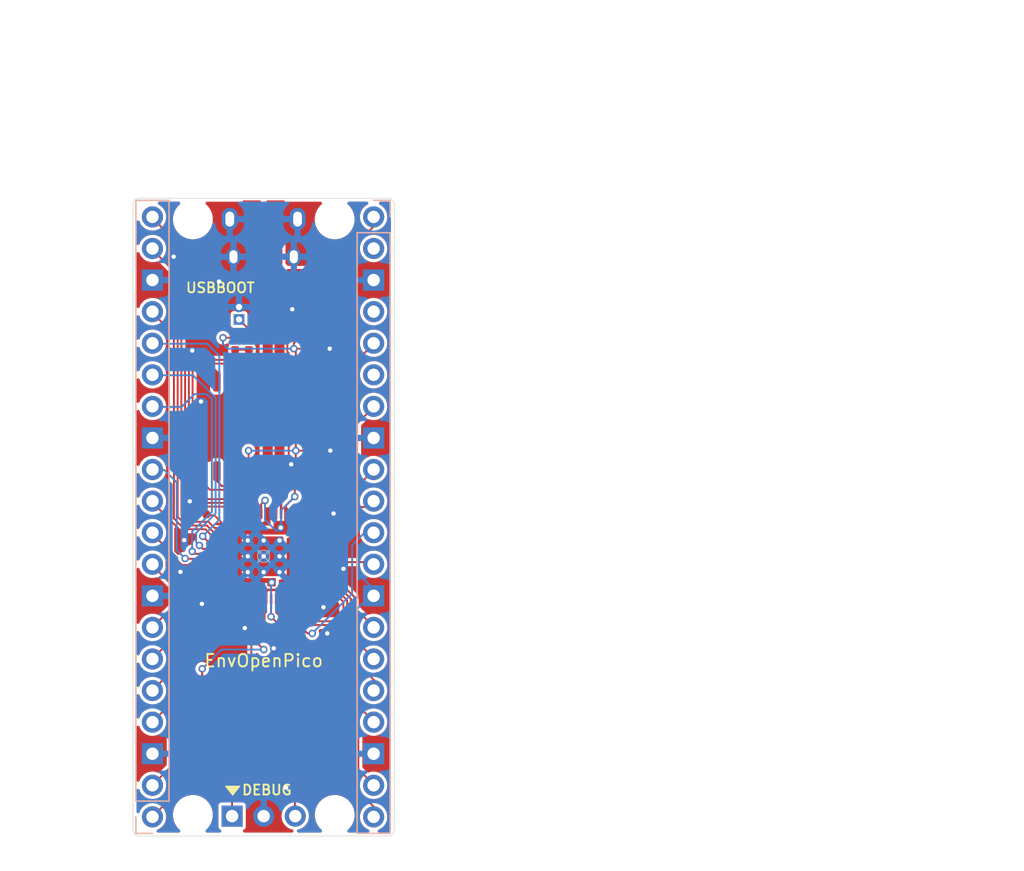
<source format=kicad_pcb>
(kicad_pcb (version 20171130) (host pcbnew "(5.1.9)-1")
  (title_block (title "RP2040 Minimal Design Example") (date 2020-07-13) (rev REV1) (company "Raspberry Pi (Trading) Ltd"))
  (layers (0 F.Cu signal) (31 B.Cu signal) (34 B.Paste user) (35 F.Paste user) (36 B.SilkS user) (37 F.SilkS user) (38 B.Mask user) (39 F.Mask user) (44 Edge.Cuts user))
  (net 0 "")
  (net 1 GND)
  (net 2 VBUS)
  (net 3 /XIN)
  (net 4 /XOUT)
  (net 5 +3V3)
  (net 6 +1V1)
  (net 7 /~USB_BOOT)
  (net 8 /GPIO15)
  (net 9 /GPIO14)
  (net 10 /GPIO13)
  (net 11 /GPIO12)
  (net 12 /GPIO11)
  (net 13 /GPIO10)
  (net 14 /GPIO9)
  (net 15 /GPIO8)
  (net 16 /GPIO7)
  (net 17 /GPIO6)
  (net 18 /GPIO5)
  (net 19 /GPIO4)
  (net 20 /GPIO3)
  (net 21 /GPIO2)
  (net 22 /GPIO1)
  (net 23 /GPIO0)
  (net 24 /GPIO28_ADC2)
  (net 25 /GPIO27_ADC1)
  (net 26 /GPIO26_ADC0)
  (net 27 /GPIO25)
  (net 28 /GPIO22)
  (net 29 /GPIO21)
  (net 30 /GPIO20)
  (net 31 /GPIO19)
  (net 32 /GPIO18)
  (net 33 /GPIO17)
  (net 34 /GPIO16)
  (net 35 /RUN)
  (net 36 /SWD)
  (net 37 /SWCLK)
  (net 38 /QSPI_SS)
  (net 39 "Net-(R3-Pad2)")
  (net 40 "Net-(R4-Pad2)")
  (net 41 /QSPI_SD3)
  (net 42 /QSPI_SCLK)
  (net 43 /QSPI_SD0)
  (net 44 /QSPI_SD2)
  (net 45 /QSPI_SD1)
  (net 46 /USB_D+)
  (net 47 /USB_D-)
  (net 48 "Net-(D2-Pad1)")
  (net 49 "Net-(D3-Pad2)")
  (net 50 "Net-(J1-Pad4)")
  (net 51 "Net-(J4-Pad6)")
  (net 52 "Net-(J4-Pad4)")
  (net 53 "Net-(J4-Pad2)")
  (net 54 /GPIO29_ADC3)
  (net 55 /GPIO24)
  (net 56 /GPIO23)
  (net 57 "Net-(X1-Pad1)")
  (module Capacitor_SMD:C_0201_0603Metric (layer F.Cu) (at 84.975 78.575 180)
    (fp_text reference C17)
    (fp_text value 10u)
    (pad 2 smd roundrect (at 0.32 0 180) (size 0.46 0.4) (layers F.Cu F.Mask) (net 1 GND))
    (pad 1 smd roundrect (at -0.32 0 180) (size 0.46 0.4) (layers F.Cu F.Mask) (net 5 +3V3))
  )
  (module Crystal:Crystal_SMD_SeikoEpson_TSX3225-4Pin_3.2x2.5mm (layer F.Cu) (at 85.975 91.5)
    (fp_text reference X1)
    (fp_text value XO32)
    (pad 4 smd rect (at -1.1 -0.8) (size 1.4 1.15) (layers F.Cu F.Paste F.Mask) (net 5 +3V3))
    (pad 3 smd rect (at 1.1 -0.8) (size 1.4 1.15) (layers F.Cu F.Paste F.Mask) (net 3 /XIN))
    (pad 2 smd rect (at 1.1 0.8) (size 1.4 1.15) (layers F.Cu F.Paste F.Mask) (net 1 GND))
    (pad 1 smd rect (at -1.1 0.8) (size 1.4 1.15) (layers F.Cu F.Paste F.Mask) (net 57 "Net-(X1-Pad1)"))
  )
  (module Capacitor_SMD:C_0402_1005Metric (layer F.Cu) (at 85.625 87.375)
    (fp_text reference C15)
    (fp_text value 100n)
    (pad 2 smd roundrect (at 0.48 0) (size 0.56 0.62) (layers F.Cu F.Paste F.Mask) (net 1 GND))
    (pad 1 smd roundrect (at -0.48 0) (size 0.56 0.62) (layers F.Cu F.Paste F.Mask) (net 5 +3V3))
  )
  (module Capacitor_SMD:C_0402_1005Metric (layer F.Cu) (at 94.1 60.8)
    (fp_text reference C10)
    (fp_text value 1u)
    (pad 2 smd roundrect (at 0.48 0) (size 0.56 0.62) (layers F.Cu F.Paste F.Mask) (net 1 GND))
    (pad 1 smd roundrect (at -0.48 0) (size 0.56 0.62) (layers F.Cu F.Paste F.Mask) (net 5 +3V3))
  )
  (module Capacitor_SMD:C_0402_1005Metric (layer F.Cu) (at 90.4 83.63 270)
    (fp_text reference C14)
    (fp_text value 100n)
    (pad 2 smd roundrect (at 0.48 0 270) (size 0.56 0.62) (layers F.Cu F.Paste F.Mask) (net 1 GND))
    (pad 1 smd roundrect (at -0.48 0 270) (size 0.56 0.62) (layers F.Cu F.Paste F.Mask) (net 5 +3V3))
  )
  (module Capacitor_SMD:C_0402_1005Metric (layer F.Cu) (at 95.2 78.5)
    (fp_text reference C13)
    (fp_text value 100n)
    (pad 2 smd roundrect (at 0.48 0) (size 0.56 0.62) (layers F.Cu F.Paste F.Mask) (net 1 GND))
    (pad 1 smd roundrect (at -0.48 0) (size 0.56 0.62) (layers F.Cu F.Paste F.Mask) (net 5 +3V3))
  )
  (module Package_SO:SOIC-8_5.23x5.23mm_P1.27mm (layer F.Cu) (at 86.97 67.05 270)
    (fp_text reference U2)
    (fp_text value W25Q16JVSSIQ)
    (pad 8 smd roundrect (at 3.6 -1.905 270) (size 1.6 0.6) (layers F.Cu F.Paste F.Mask) (net 5 +3V3))
    (pad 7 smd roundrect (at 3.6 -0.635 270) (size 1.6 0.6) (layers F.Cu F.Paste F.Mask) (net 41 /QSPI_SD3))
    (pad 6 smd roundrect (at 3.6 0.635 270) (size 1.6 0.6) (layers F.Cu F.Paste F.Mask) (net 42 /QSPI_SCLK))
    (pad 5 smd roundrect (at 3.6 1.905 270) (size 1.6 0.6) (layers F.Cu F.Paste F.Mask) (net 43 /QSPI_SD0))
    (pad 4 smd roundrect (at -3.6 1.905 270) (size 1.6 0.6) (layers F.Cu F.Paste F.Mask) (net 1 GND))
    (pad 3 smd roundrect (at -3.6 0.635 270) (size 1.6 0.6) (layers F.Cu F.Paste F.Mask) (net 44 /QSPI_SD2))
    (pad 2 smd roundrect (at -3.6 -0.635 270) (size 1.6 0.6) (layers F.Cu F.Paste F.Mask) (net 45 /QSPI_SD1))
    (pad 1 smd roundrect (at -3.6 -1.905 270) (size 1.6 0.6) (layers F.Cu F.Paste F.Mask) (net 38 /QSPI_SS))
  )
  (module Package_TO_SOT_SMD:SOT-23 (layer F.Cu) (at 95.36 56.63 90)
    (fp_text reference U1)
    (fp_text value NCP1117-3.3_SOT223)
    (pad 3 smd rect (at 1 0 90) (size 0.9 0.8) (layers F.Cu F.Paste F.Mask) (net 2 VBUS))
    (pad 2 smd rect (at -1 0.95 90) (size 0.9 0.8) (layers F.Cu F.Paste F.Mask) (net 5 +3V3))
    (pad 1 smd rect (at -1 -0.95 90) (size 0.9 0.8) (layers F.Cu F.Paste F.Mask) (net 1 GND))
  )
  (module Resistor_SMD:R_0402_1005Metric (layer F.Cu) (at 95.2 76.9 180)
    (fp_text reference R8)
    (fp_text value R470)
    (pad 2 smd roundrect (at 0.51 0 180) (size 0.54 0.64) (layers F.Cu F.Paste F.Mask) (net 27 /GPIO25))
    (pad 1 smd roundrect (at -0.51 0 180) (size 0.54 0.64) (layers F.Cu F.Paste F.Mask) (net 49 "Net-(D3-Pad2)"))
  )
  (module Capacitor_SMD:C_0402_1005Metric (layer F.Cu) (at 91.49 71.7 270)
    (fp_text reference R4)
    (fp_text value 27)
    (pad 2 smd roundrect (at 0.48 0 270) (size 0.56 0.62) (layers F.Cu F.Paste F.Mask) (net 40 "Net-(R4-Pad2)"))
    (pad 1 smd roundrect (at -0.48 0 270) (size 0.56 0.62) (layers F.Cu F.Paste F.Mask) (net 47 /USB_D-))
  )
  (module Capacitor_SMD:C_0402_1005Metric (layer F.Cu) (at 90.29 71.7 270)
    (fp_text reference R3)
    (fp_text value 27)
    (pad 2 smd roundrect (at 0.48 0 270) (size 0.56 0.62) (layers F.Cu F.Paste F.Mask) (net 39 "Net-(R3-Pad2)"))
    (pad 1 smd roundrect (at -0.48 0 270) (size 0.56 0.62) (layers F.Cu F.Paste F.Mask) (net 46 /USB_D+))
  )
  (module Capacitor_SMD:C_0402_1005Metric (layer F.Cu) (at 87.8 60.4 270)
    (fp_text reference R2)
    (fp_text value DNF)
    (pad 2 smd roundrect (at 0.48 0 270) (size 0.56 0.62) (layers F.Cu F.Paste F.Mask) (net 38 /QSPI_SS))
    (pad 1 smd roundrect (at -0.48 0 270) (size 0.56 0.62) (layers F.Cu F.Paste F.Mask) (net 5 +3V3))
  )
  (module Capacitor_SMD:C_0402_1005Metric (layer F.Cu) (at 88.9 60.4 90)
    (fp_text reference R1)
    (fp_text value 1k)
    (pad 2 smd roundrect (at 0.48 0 90) (size 0.56 0.62) (layers F.Cu F.Paste F.Mask) (net 7 /~USB_BOOT))
    (pad 1 smd roundrect (at -0.48 0 90) (size 0.56 0.62) (layers F.Cu F.Paste F.Mask) (net 38 /QSPI_SS))
  )
  (module Connector_PinHeader_1.00mm:PinHeader_1x02_P1.00mm_Vertical (layer F.Cu) (at 88.11 58.45 180)
    (fp_text reference J2)
    (fp_text value Conn_01x02)
    (pad 2 thru_hole oval (at 0 1 180) (size 0.85 0.85) (drill 0.5) (layers *.Cu *.Mask) (net 1 GND))
    (pad 1 thru_hole rect (at 0 0 180) (size 0.85 0.85) (drill 0.5) (layers *.Cu *.Mask) (net 7 /~USB_BOOT))
  )
  (module MountingHole:MountingHole_2.7mm_M2.5 (layer F.Cu) (at 84.4 50.4)
    (fp_text reference H4)
    (fp_text value MountingHole)
    (pad 1 np_thru_hole circle (at 0 0) (size 2.7 2.7) (drill 2.7) (layers *.Cu *.Mask))
  )
  (module MountingHole:MountingHole_2.7mm_M2.5 (layer F.Cu) (at 95.8 98.3)
    (fp_text reference H3)
    (fp_text value MountingHole)
    (pad 1 np_thru_hole circle (at 0 0) (size 2.7 2.7) (drill 2.7) (layers *.Cu *.Mask))
  )
  (module MountingHole:MountingHole_2.7mm_M2.5 (layer F.Cu) (at 84.4 98.3)
    (fp_text reference H2)
    (fp_text value MountingHole)
    (pad 1 np_thru_hole circle (at 0 0) (size 2.7 2.7) (drill 2.7) (layers *.Cu *.Mask))
  )
  (module MountingHole:MountingHole_2.7mm_M2.5 (layer F.Cu) (at 95.8 50.4)
    (fp_text reference H1)
    (fp_text value MountingHole)
    (pad 1 np_thru_hole circle (at 0 0) (size 2.7 2.7) (drill 2.7) (layers *.Cu *.Mask))
  )
  (module LED_SMD:LED_0402_1005Metric (layer F.Cu) (at 95.71 75.375 270)
    (fp_text reference D3)
    (fp_text value "GPIO25 LED")
    (pad 2 smd roundrect (at 0.485 0 270) (size 0.59 0.64) (layers F.Cu F.Paste F.Mask) (net 49 "Net-(D3-Pad2)"))
    (pad 1 smd roundrect (at -0.485 0 270) (size 0.59 0.64) (layers F.Cu F.Paste F.Mask) (net 1 GND))
  )
  (module Diode_SMD:D_0805_2012Metric (layer F.Cu) (at 94.3875 62.35 180)
    (fp_text reference D2)
    (fp_text value D_Schottky)
    (pad 2 smd roundrect (at 0.9375 0 180) (size 0.975 1.4) (layers F.Cu F.Paste F.Mask) (net 5 +3V3))
    (pad 1 smd roundrect (at -0.9375 0 180) (size 0.975 1.4) (layers F.Cu F.Paste F.Mask) (net 48 "Net-(D2-Pad1)"))
  )
  (module Capacitor_SMD:C_0402_1005Metric (layer F.Cu) (at 85 74.125 180)
    (fp_text reference C11)
    (fp_text value 100n)
    (pad 2 smd roundrect (at 0.48 0 180) (size 0.56 0.62) (layers F.Cu F.Paste F.Mask) (net 1 GND))
    (pad 1 smd roundrect (at -0.48 0 180) (size 0.56 0.62) (layers F.Cu F.Paste F.Mask) (net 5 +3V3))
  )
  (module Capacitor_SMD:C_0402_1005Metric (layer F.Cu) (at 92.6 71.4 90)
    (fp_text reference C7)
    (fp_text value 100n)
    (pad 2 smd roundrect (at 0.48 0 90) (size 0.56 0.62) (layers F.Cu F.Paste F.Mask) (net 1 GND))
    (pad 1 smd roundrect (at -0.48 0 90) (size 0.56 0.62) (layers F.Cu F.Paste F.Mask) (net 6 +1V1))
  )
  (module Capacitor_SMD:C_0402_1005Metric (layer F.Cu) (at 91.4 83.65 270)
    (fp_text reference C6)
    (fp_text value 100n)
    (pad 2 smd roundrect (at 0.48 0 270) (size 0.56 0.62) (layers F.Cu F.Paste F.Mask) (net 1 GND))
    (pad 1 smd roundrect (at -0.48 0 270) (size 0.56 0.62) (layers F.Cu F.Paste F.Mask) (net 6 +1V1))
  )
  (module Capacitor_SMD:C_0402_1005Metric (layer F.Cu) (at 93.98 69)
    (fp_text reference C5)
    (fp_text value 100n)
    (pad 2 smd roundrect (at 0.48 0) (size 0.56 0.62) (layers F.Cu F.Paste F.Mask) (net 1 GND))
    (pad 1 smd roundrect (at -0.48 0) (size 0.56 0.62) (layers F.Cu F.Paste F.Mask) (net 5 +3V3))
  )
  (module Capacitor_SMD:C_0402_1005Metric (layer F.Cu) (at 92.89 59.5 180)
    (fp_text reference C4)
    (fp_text value 10u)
    (pad 2 smd roundrect (at 0.48 0 180) (size 0.56 0.62) (layers F.Cu F.Paste F.Mask) (net 1 GND))
    (pad 1 smd roundrect (at -0.48 0 180) (size 0.56 0.62) (layers F.Cu F.Paste F.Mask) (net 5 +3V3))
  )
  (module Capacitor_SMD:C_0402_1005Metric (layer F.Cu) (at 86.586 88.646)
    (fp_text reference C2)
    (fp_text value 15p)
    (pad 2 smd roundrect (at 0.48 0) (size 0.56 0.62) (layers F.Cu F.Paste F.Mask) (net 3 /XIN))
    (pad 1 smd roundrect (at -0.48 0) (size 0.56 0.62) (layers F.Cu F.Paste F.Mask) (net 1 GND))
  )
  (module Capacitor_SMD:C_0402_1005Metric (layer F.Cu) (at 92.39 56.3 270)
    (fp_text reference C1)
    (fp_text value 10u)
    (pad 2 smd roundrect (at 0.48 0 270) (size 0.56 0.62) (layers F.Cu F.Paste F.Mask) (net 1 GND))
    (pad 1 smd roundrect (at -0.48 0 270) (size 0.56 0.62) (layers F.Cu F.Paste F.Mask) (net 2 VBUS))
  )
  (module RP2040_minimal:RP2040-QFN-56 (layer F.Cu) (at 90.09 77.5)
    (fp_text reference U3)
    (fp_text value RP2040)
    (pad 56 smd roundrect (at -2.6 -3.4375) (size 0.2 0.875) (layers F.Cu F.Paste F.Mask) (net 38 /QSPI_SS))
    (pad 55 smd roundrect (at -2.2 -3.4375) (size 0.2 0.875) (layers F.Cu F.Paste F.Mask) (net 45 /QSPI_SD1))
    (pad 54 smd roundrect (at -1.8 -3.4375) (size 0.2 0.875) (layers F.Cu F.Paste F.Mask) (net 44 /QSPI_SD2))
    (pad 53 smd roundrect (at -1.4 -3.4375) (size 0.2 0.875) (layers F.Cu F.Paste F.Mask) (net 43 /QSPI_SD0))
    (pad 52 smd roundrect (at -1 -3.4375) (size 0.2 0.875) (layers F.Cu F.Paste F.Mask) (net 42 /QSPI_SCLK))
    (pad 51 smd roundrect (at -0.6 -3.4375) (size 0.2 0.875) (layers F.Cu F.Paste F.Mask) (net 41 /QSPI_SD3))
    (pad 50 smd roundrect (at -0.2 -3.4375) (size 0.2 0.875) (layers F.Cu F.Paste F.Mask) (net 6 +1V1))
    (pad 49 smd roundrect (at 0.2 -3.4375) (size 0.2 0.875) (layers F.Cu F.Paste F.Mask) (net 5 +3V3))
    (pad 48 smd roundrect (at 0.6 -3.4375) (size 0.2 0.875) (layers F.Cu F.Paste F.Mask) (net 5 +3V3))
    (pad 47 smd roundrect (at 1 -3.4375) (size 0.2 0.875) (layers F.Cu F.Paste F.Mask) (net 39 "Net-(R3-Pad2)"))
    (pad 46 smd roundrect (at 1.4 -3.4375) (size 0.2 0.875) (layers F.Cu F.Paste F.Mask) (net 40 "Net-(R4-Pad2)"))
    (pad 45 smd roundrect (at 1.8 -3.4375) (size 0.2 0.875) (layers F.Cu F.Paste F.Mask) (net 6 +1V1))
    (pad 44 smd roundrect (at 2.2 -3.4375) (size 0.2 0.875) (layers F.Cu F.Paste F.Mask) (net 5 +3V3))
    (pad 43 smd roundrect (at 2.6 -3.4375) (size 0.2 0.875) (layers F.Cu F.Paste F.Mask) (net 5 +3V3))
    (pad 42 smd roundrect (at 3.4375 -2.6) (size 0.875 0.2) (layers F.Cu F.Paste F.Mask) (net 5 +3V3))
    (pad 41 smd roundrect (at 3.4375 -2.2) (size 0.875 0.2) (layers F.Cu F.Paste F.Mask) (net 54 /GPIO29_ADC3))
    (pad 40 smd roundrect (at 3.4375 -1.8) (size 0.875 0.2) (layers F.Cu F.Paste F.Mask) (net 24 /GPIO28_ADC2))
    (pad 39 smd roundrect (at 3.4375 -1.4) (size 0.875 0.2) (layers F.Cu F.Paste F.Mask) (net 25 /GPIO27_ADC1))
    (pad 38 smd roundrect (at 3.4375 -1) (size 0.875 0.2) (layers F.Cu F.Paste F.Mask) (net 26 /GPIO26_ADC0))
    (pad 37 smd roundrect (at 3.4375 -0.6) (size 0.875 0.2) (layers F.Cu F.Paste F.Mask) (net 27 /GPIO25))
    (pad 36 smd roundrect (at 3.4375 -0.2) (size 0.875 0.2) (layers F.Cu F.Paste F.Mask) (net 55 /GPIO24))
    (pad 35 smd roundrect (at 3.4375 0.2) (size 0.875 0.2) (layers F.Cu F.Paste F.Mask) (net 56 /GPIO23))
    (pad 34 smd roundrect (at 3.4375 0.6) (size 0.875 0.2) (layers F.Cu F.Paste F.Mask) (net 28 /GPIO22))
    (pad 33 smd roundrect (at 3.4375 1) (size 0.875 0.2) (layers F.Cu F.Paste F.Mask) (net 5 +3V3))
    (pad 32 smd roundrect (at 3.4375 1.4) (size 0.875 0.2) (layers F.Cu F.Paste F.Mask) (net 29 /GPIO21))
    (pad 31 smd roundrect (at 3.4375 1.8) (size 0.875 0.2) (layers F.Cu F.Paste F.Mask) (net 30 /GPIO20))
    (pad 30 smd roundrect (at 3.4375 2.2) (size 0.875 0.2) (layers F.Cu F.Paste F.Mask) (net 31 /GPIO19))
    (pad 29 smd roundrect (at 3.4375 2.6) (size 0.875 0.2) (layers F.Cu F.Paste F.Mask) (net 32 /GPIO18))
    (pad 28 smd roundrect (at 2.6 3.4375) (size 0.2 0.875) (layers F.Cu F.Paste F.Mask) (net 33 /GPIO17))
    (pad 27 smd roundrect (at 2.2 3.4375) (size 0.2 0.875) (layers F.Cu F.Paste F.Mask) (net 34 /GPIO16))
    (pad 26 smd roundrect (at 1.8 3.4375) (size 0.2 0.875) (layers F.Cu F.Paste F.Mask) (net 35 /RUN))
    (pad 25 smd roundrect (at 1.4 3.4375) (size 0.2 0.875) (layers F.Cu F.Paste F.Mask) (net 36 /SWD))
    (pad 24 smd roundrect (at 1 3.4375) (size 0.2 0.875) (layers F.Cu F.Paste F.Mask) (net 37 /SWCLK))
    (pad 23 smd roundrect (at 0.6 3.4375) (size 0.2 0.875) (layers F.Cu F.Paste F.Mask) (net 6 +1V1))
    (pad 22 smd roundrect (at 0.2 3.4375) (size 0.2 0.875) (layers F.Cu F.Paste F.Mask) (net 5 +3V3))
    (pad 21 smd roundrect (at -0.2 3.4375) (size 0.2 0.875) (layers F.Cu F.Paste F.Mask) (net 4 /XOUT))
    (pad 20 smd roundrect (at -0.6 3.4375) (size 0.2 0.875) (layers F.Cu F.Paste F.Mask) (net 3 /XIN))
    (pad 19 smd roundrect (at -1 3.4375) (size 0.2 0.875) (layers F.Cu F.Paste F.Mask) (net 1 GND))
    (pad 18 smd roundrect (at -1.4 3.4375) (size 0.2 0.875) (layers F.Cu F.Paste F.Mask) (net 8 /GPIO15))
    (pad 17 smd roundrect (at -1.8 3.4375) (size 0.2 0.875) (layers F.Cu F.Paste F.Mask) (net 9 /GPIO14))
    (pad 16 smd roundrect (at -2.2 3.4375) (size 0.2 0.875) (layers F.Cu F.Paste F.Mask) (net 10 /GPIO13))
    (pad 15 smd roundrect (at -2.6 3.4375) (size 0.2 0.875) (layers F.Cu F.Paste F.Mask) (net 11 /GPIO12))
    (pad 14 smd roundrect (at -3.4375 2.6) (size 0.875 0.2) (layers F.Cu F.Paste F.Mask) (net 12 /GPIO11))
    (pad 13 smd roundrect (at -3.4375 2.2) (size 0.875 0.2) (layers F.Cu F.Paste F.Mask) (net 13 /GPIO10))
    (pad 12 smd roundrect (at -3.4375 1.8) (size 0.875 0.2) (layers F.Cu F.Paste F.Mask) (net 14 /GPIO9))
    (pad 11 smd roundrect (at -3.4375 1.4) (size 0.875 0.2) (layers F.Cu F.Paste F.Mask) (net 15 /GPIO8))
    (pad 10 smd roundrect (at -3.4375 1) (size 0.875 0.2) (layers F.Cu F.Paste F.Mask) (net 5 +3V3))
    (pad 9 smd roundrect (at -3.4375 0.6) (size 0.875 0.2) (layers F.Cu F.Paste F.Mask) (net 16 /GPIO7))
    (pad 8 smd roundrect (at -3.4375 0.2) (size 0.875 0.2) (layers F.Cu F.Paste F.Mask) (net 17 /GPIO6))
    (pad 7 smd roundrect (at -3.4375 -0.2) (size 0.875 0.2) (layers F.Cu F.Paste F.Mask) (net 18 /GPIO5))
    (pad 6 smd roundrect (at -3.4375 -0.6) (size 0.875 0.2) (layers F.Cu F.Paste F.Mask) (net 19 /GPIO4))
    (pad 5 smd roundrect (at -3.4375 -1) (size 0.875 0.2) (layers F.Cu F.Paste F.Mask) (net 20 /GPIO3))
    (pad 4 smd roundrect (at -3.4375 -1.4) (size 0.875 0.2) (layers F.Cu F.Paste F.Mask) (net 21 /GPIO2))
    (pad 3 smd roundrect (at -3.4375 -1.8) (size 0.875 0.2) (layers F.Cu F.Paste F.Mask) (net 22 /GPIO1))
    (pad 2 smd roundrect (at -3.4375 -2.2) (size 0.875 0.2) (layers F.Cu F.Paste F.Mask) (net 23 /GPIO0))
    (pad 1 smd roundrect (at -3.4375 -2.6) (size 0.875 0.2) (layers F.Cu F.Paste F.Mask) (net 5 +3V3))
    (pad 57 thru_hole circle (at 1.275 1.275) (size 0.6 0.6) (drill 0.35) (layers *.Cu) (net 1 GND))
    (pad 57 thru_hole circle (at 0 1.275) (size 0.6 0.6) (drill 0.35) (layers *.Cu) (net 1 GND))
    (pad 57 thru_hole circle (at -1.275 1.275) (size 0.6 0.6) (drill 0.35) (layers *.Cu) (net 1 GND))
    (pad 57 thru_hole circle (at 1.275 0) (size 0.6 0.6) (drill 0.35) (layers *.Cu) (net 1 GND))
    (pad 57 thru_hole circle (at 0 0) (size 0.6 0.6) (drill 0.35) (layers *.Cu) (net 1 GND))
    (pad 57 thru_hole circle (at -1.275 0) (size 0.6 0.6) (drill 0.35) (layers *.Cu) (net 1 GND))
    (pad 57 thru_hole circle (at 1.275 -1.275) (size 0.6 0.6) (drill 0.35) (layers *.Cu) (net 1 GND))
    (pad 57 thru_hole circle (at 0 -1.275) (size 0.6 0.6) (drill 0.35) (layers *.Cu) (net 1 GND))
    (pad 57 thru_hole circle (at -1.275 -1.275) (size 0.6 0.6) (drill 0.35) (layers *.Cu) (net 1 GND))
    (pad 57 smd roundrect (at 0 0) (size 3.2 3.2) (layers F.Cu F.Mask) (roundrect_rratio 0.045) (net 1 GND))
  )
  (module Connector_PinHeader_2.54mm:PinHeader_1x03_P2.54mm_Vertical (layer F.Cu) (at 87.55 98.4 90)
    (fp_text reference J5)
    (fp_text value Conn_01x03_Male)
    (pad 3 thru_hole oval (at 0 5.08 90) (size 1.7 1.7) (drill 1) (layers *.Cu *.Mask) (net 36 /SWD))
    (pad 2 thru_hole oval (at 0 2.54 90) (size 1.7 1.7) (drill 1) (layers *.Cu *.Mask) (net 1 GND))
    (pad 1 thru_hole rect (at 0 0 90) (size 1.7 1.7) (drill 1) (layers *.Cu *.Mask) (net 37 /SWCLK))
  )
  (module Connector_PinHeader_2.54mm:PinHeader_1x20_P2.54mm_Vertical (layer B.Cu) (at 98.93 50.2 180)
    (fp_text reference J4)
    (fp_text value Conn_02x18_Odd_Even)
    (pad 20 thru_hole oval (at 0 -48.26 180) (size 1.7 1.7) (drill 1) (layers *.Cu *.Mask) (net 34 /GPIO16))
    (pad 19 thru_hole oval (at 0 -45.72 180) (size 1.7 1.7) (drill 1) (layers *.Cu *.Mask) (net 33 /GPIO17))
    (pad 18 thru_hole rect (at 0 -43.18 180) (size 1.7 1.7) (drill 1) (layers *.Cu *.Mask) (net 1 GND))
    (pad 17 thru_hole oval (at 0 -40.64 180) (size 1.7 1.7) (drill 1) (layers *.Cu *.Mask) (net 32 /GPIO18))
    (pad 16 thru_hole oval (at 0 -38.1 180) (size 1.7 1.7) (drill 1) (layers *.Cu *.Mask) (net 31 /GPIO19))
    (pad 15 thru_hole oval (at 0 -35.56 180) (size 1.7 1.7) (drill 1) (layers *.Cu *.Mask) (net 30 /GPIO20))
    (pad 14 thru_hole oval (at 0 -33.02 180) (size 1.7 1.7) (drill 1) (layers *.Cu *.Mask) (net 29 /GPIO21))
    (pad 13 thru_hole rect (at 0 -30.48 180) (size 1.7 1.7) (drill 1) (layers *.Cu *.Mask) (net 1 GND))
    (pad 12 thru_hole oval (at 0 -27.94 180) (size 1.7 1.7) (drill 1) (layers *.Cu *.Mask) (net 28 /GPIO22))
    (pad 11 thru_hole oval (at 0 -25.4 180) (size 1.7 1.7) (drill 1) (layers *.Cu *.Mask) (net 35 /RUN))
    (pad 10 thru_hole oval (at 0 -22.86 180) (size 1.7 1.7) (drill 1) (layers *.Cu *.Mask) (net 26 /GPIO26_ADC0))
    (pad 9 thru_hole oval (at 0 -20.32 180) (size 1.7 1.7) (drill 1) (layers *.Cu *.Mask) (net 25 /GPIO27_ADC1))
    (pad 8 thru_hole rect (at 0 -17.78 180) (size 1.7 1.7) (drill 1) (layers *.Cu *.Mask) (net 1 GND))
    (pad 7 thru_hole oval (at 0 -15.24 180) (size 1.7 1.7) (drill 1) (layers *.Cu *.Mask) (net 24 /GPIO28_ADC2))
    (pad 6 thru_hole oval (at 0 -12.7 180) (size 1.7 1.7) (drill 1) (layers *.Cu *.Mask) (net 51 "Net-(J4-Pad6)"))
    (pad 5 thru_hole oval (at 0 -10.16 180) (size 1.7 1.7) (drill 1) (layers *.Cu *.Mask) (net 48 "Net-(D2-Pad1)"))
    (pad 4 thru_hole oval (at 0 -7.62 180) (size 1.7 1.7) (drill 1) (layers *.Cu *.Mask) (net 52 "Net-(J4-Pad4)"))
    (pad 3 thru_hole rect (at 0 -5.08 180) (size 1.7 1.7) (drill 1) (layers *.Cu *.Mask) (net 1 GND))
    (pad 2 thru_hole oval (at 0 -2.54 180) (size 1.7 1.7) (drill 1) (layers *.Cu *.Mask) (net 53 "Net-(J4-Pad2)"))
    (pad 1 thru_hole oval (at 0 0 180) (size 1.7 1.7) (drill 1) (layers *.Cu *.Mask) (net 2 VBUS))
  )
  (module Connector_PinHeader_2.54mm:PinHeader_1x20_P2.54mm_Vertical (layer B.Cu) (at 81.15 98.46)
    (fp_text reference J3 hide)
    (fp_text value Conn_02x18_Odd_Even)
    (pad 20 thru_hole oval (at 0 -48.26) (size 1.7 1.7) (drill 1) (layers *.Cu *.Mask) (net 23 /GPIO0))
    (pad 19 thru_hole oval (at 0 -45.72) (size 1.7 1.7) (drill 1) (layers *.Cu *.Mask) (net 22 /GPIO1))
    (pad 18 thru_hole rect (at 0 -43.18) (size 1.7 1.7) (drill 1) (layers *.Cu *.Mask) (net 1 GND))
    (pad 17 thru_hole oval (at 0 -40.64) (size 1.7 1.7) (drill 1) (layers *.Cu *.Mask) (net 21 /GPIO2))
    (pad 16 thru_hole oval (at 0 -38.1) (size 1.7 1.7) (drill 1) (layers *.Cu *.Mask) (net 20 /GPIO3))
    (pad 15 thru_hole oval (at 0 -35.56) (size 1.7 1.7) (drill 1) (layers *.Cu *.Mask) (net 19 /GPIO4))
    (pad 14 thru_hole oval (at 0 -33.02) (size 1.7 1.7) (drill 1) (layers *.Cu *.Mask) (net 18 /GPIO5))
    (pad 13 thru_hole rect (at 0 -30.48) (size 1.7 1.7) (drill 1) (layers *.Cu *.Mask) (net 1 GND))
    (pad 12 thru_hole oval (at 0 -27.94) (size 1.7 1.7) (drill 1) (layers *.Cu *.Mask) (net 17 /GPIO6))
    (pad 11 thru_hole oval (at 0 -25.4) (size 1.7 1.7) (drill 1) (layers *.Cu *.Mask) (net 16 /GPIO7))
    (pad 10 thru_hole oval (at 0 -22.86) (size 1.7 1.7) (drill 1) (layers *.Cu *.Mask) (net 15 /GPIO8))
    (pad 9 thru_hole oval (at 0 -20.32) (size 1.7 1.7) (drill 1) (layers *.Cu *.Mask) (net 14 /GPIO9))
    (pad 8 thru_hole rect (at 0 -17.78) (size 1.7 1.7) (drill 1) (layers *.Cu *.Mask) (net 1 GND))
    (pad 7 thru_hole oval (at 0 -15.24) (size 1.7 1.7) (drill 1) (layers *.Cu *.Mask) (net 13 /GPIO10))
    (pad 6 thru_hole oval (at 0 -12.7) (size 1.7 1.7) (drill 1) (layers *.Cu *.Mask) (net 12 /GPIO11))
    (pad 5 thru_hole oval (at 0 -10.16) (size 1.7 1.7) (drill 1) (layers *.Cu *.Mask) (net 11 /GPIO12))
    (pad 4 thru_hole oval (at 0 -7.62) (size 1.7 1.7) (drill 1) (layers *.Cu *.Mask) (net 10 /GPIO13))
    (pad 3 thru_hole rect (at 0 -5.08) (size 1.7 1.7) (drill 1) (layers *.Cu *.Mask) (net 1 GND))
    (pad 2 thru_hole oval (at 0 -2.54) (size 1.7 1.7) (drill 1) (layers *.Cu *.Mask) (net 9 /GPIO14))
    (pad 1 thru_hole circle (at 0 0) (size 1.7 1.7) (drill 1) (layers *.Cu *.Mask) (net 8 /GPIO15))
  )
  (module RP2040_minimal:USB_Micro-B_Amphenol_10103594-0001LF_Horizontal_modified (layer F.Cu) (at 90.09 50.375 180)
    (fp_text reference J1)
    (fp_text value USB_B_Micro)
    (pad 6 thru_hole oval (at 2.425 -3.03 270) (size 1.45 1.05) (drill oval 1.05 0.65) (layers *.Cu *.Mask) (net 1 GND))
    (pad 6 smd rect (at 2.9875 -1.7 180) (size 1.825 0.7) (layers F.Cu F.Paste F.Mask) (net 1 GND))
    (pad 6 smd roundrect (at 2.725 -0.425 180) (size 1.3 3.25) (layers F.Cu F.Paste F.Mask) (roundrect_rratio 0.296) (net 1 GND))
    (pad 6 smd roundrect (at -2.725 -0.425 180) (size 1.3 3.25) (layers F.Cu F.Paste F.Mask) (roundrect_rratio 0.296) (net 1 GND))
    (pad 6 smd rect (at -2.9875 -1.7 180) (size 1.825 0.7) (layers F.Cu F.Paste F.Mask) (net 1 GND))
    (pad 6 smd rect (at -2.9 -3.03 180) (size 2 1.46) (layers F.Cu F.Paste F.Mask) (net 1 GND))
    (pad 6 smd rect (at 2.9 -3.03 180) (size 2 1.46) (layers F.Cu F.Paste F.Mask) (net 1 GND))
    (pad 1 smd rect (at -1.3 -2.825 270) (size 1.75 0.4) (layers F.Cu F.Paste F.Mask) (net 2 VBUS))
    (pad 2 smd rect (at -0.65 -2.825 270) (size 1.75 0.4) (layers F.Cu F.Paste F.Mask) (net 47 /USB_D-))
    (pad 3 smd rect (at 0 -2.825 270) (size 1.75 0.4) (layers F.Cu F.Paste F.Mask) (net 46 /USB_D+))
    (pad 4 smd rect (at 0.65 -2.825 270) (size 1.75 0.4) (layers F.Cu F.Paste F.Mask) (net 50 "Net-(J1-Pad4)"))
    (pad 5 smd rect (at 1.3 -2.825 270) (size 1.75 0.4) (layers F.Cu F.Paste F.Mask) (net 1 GND))
    (pad 6 thru_hole oval (at -2.425 -3.03 270) (size 1.45 1.05) (drill oval 1.05 0.65) (layers *.Cu *.Mask) (net 1 GND))
    (pad 6 thru_hole oval (at -2.725 0 270) (size 1.8 1.3) (drill oval 1.2 0.7) (layers *.Cu *.Mask) (net 1 GND))
    (pad 6 thru_hole oval (at 2.725 0 270) (size 1.8 1.3) (drill oval 1.2 0.7) (layers *.Cu *.Mask) (net 1 GND))
    (pad 6 smd rect (at -0.9625 0.25 270) (size 2.5 1.425) (layers F.Cu F.Paste F.Mask) (net 1 GND))
    (pad 6 smd rect (at 0.9625 0.25 270) (size 2.5 1.425) (layers F.Cu F.Paste F.Mask) (net 1 GND))
  )
  (gr_poly (pts (xy 87.6 96.7) (xy 87.05 96) (xy 88.15 96)) (layer F.SilkS) (width 0.1))
  (gr_text DEBUG (at 90.35 96.3) (layer F.SilkS) (effects (font (size 0.8 0.8))))
  (gr_text USBBOOT (at 86.6 55.9) (layer F.SilkS) (effects (font (size 0.8 0.8))))
  (target x (at 90.09 77.5) (size 1) (width 0.05) (layer Edge.Cuts))
  (gr_arc (start 100.09 99.5) (end 100.09 100) (angle -90) (layer Edge.Cuts) (width 0.05))
  (gr_arc (start 80.09 99.5) (end 79.59 99.5) (angle -90) (layer Edge.Cuts) (width 0.05))
  (gr_arc (start 80.09 49.2) (end 80.09 48.7) (angle -90) (layer Edge.Cuts) (width 0.05))
  (gr_arc (start 100.09 49.2) (end 100.59 49.2) (angle -90) (layer Edge.Cuts) (width 0.05))
  (gr_text EnvOpenPico (at 90.09 85.9) (layer F.SilkS) (effects (font (size 1 1))))
  (gr_line (start 100.59 99.5) (end 100.59 49.2) (layer Edge.Cuts) (width 0.05))
  (gr_line (start 80.09 48.7) (end 100.09 48.7) (layer Edge.Cuts) (width 0.05))
  (gr_line (start 79.59 99.5) (end 79.59 49.2) (layer Edge.Cuts) (width 0.05))
  (gr_line (start 80.09 100) (end 100.09 100) (layer Edge.Cuts) (width 0.05))
  (via (at 92.39 57.63) (size 0.6) (drill 0.35) (layers F.Cu B.Cu) (net 1))
  (segment (start 92.39 57.63) (end 94.41 57.63) (width 0.15) (layer F.Cu) (net 1))
  (segment (start 92.39 59.48) (end 92.39 57.63) (width 0.15) (layer F.Cu) (net 1))
  (segment (start 92.21 59.5) (end 92.19 59.48) (width 0.15) (layer F.Cu) (net 1))
  (segment (start 92.39 56.78) (end 92.39 57.63) (width 0.15) (layer F.Cu) (net 1))
  (via (at 85.05 65.05) (size 0.6) (drill 0.35) (layers F.Cu B.Cu) (net 1))
  (segment (start 85.065 65.035) (end 85.065 63.45) (width 0.15) (layer F.Cu) (net 1))
  (segment (start 85.05 65.05) (end 85.065 65.035) (width 0.15) (layer F.Cu) (net 1))
  (segment (start 94.46 69) (end 95.45 69) (width 0.15) (layer F.Cu) (net 1))
  (segment (start 95.45 69) (end 95.45 69) (width 0.15) (layer F.Cu) (net 1))
  (via (at 95.45 69) (size 0.6) (drill 0.35) (layers F.Cu B.Cu) (net 1))
  (via (at 96.5 78.5) (size 0.6) (drill 0.35) (layers F.Cu B.Cu) (net 1))
  (segment (start 96.5 78.5) (end 95.68 78.5) (width 0.15) (layer F.Cu) (net 1))
  (via (at 90.9 84.9) (size 0.6) (drill 0.35) (layers F.Cu B.Cu) (net 1))
  (segment (start 90.6 83.91) (end 90.6 84.174998) (width 0.15) (layer F.Cu) (net 1))
  (segment (start 90.4 84.174998) (end 90.900002 84.675) (width 0.15) (layer F.Cu) (net 1))
  (segment (start 91.6 83.93) (end 91.6 84.175002) (width 0.15) (layer F.Cu) (net 1))
  (segment (start 91.4 84.175002) (end 90.900002 84.675) (width 0.15) (layer F.Cu) (net 1))
  (segment (start 90.9 84.675002) (end 90.900002 84.675) (width 0.15) (layer F.Cu) (net 1))
  (segment (start 90.9 84.9) (end 90.9 84.675002) (width 0.15) (layer F.Cu) (net 1))
  (via (at 92.3 70.1) (size 0.6) (drill 0.35) (layers F.Cu B.Cu) (net 1))
  (segment (start 92.6 70.4) (end 92.3 70.1) (width 0.15) (layer F.Cu) (net 1))
  (segment (start 92.6 70.92) (end 92.6 70.4) (width 0.15) (layer F.Cu) (net 1))
  (segment (start 88.79 53.2) (end 88.79 54.51) (width 0.4) (layer F.Cu) (net 1))
  (via (at 86.5 55.4) (size 0.6) (drill 0.35) (layers F.Cu B.Cu) (net 1))
  (segment (start 87.1 54.8) (end 86.5 55.4) (width 0.4) (layer F.Cu) (net 1))
  (segment (start 88.5 54.8) (end 87.1 54.8) (width 0.4) (layer F.Cu) (net 1))
  (segment (start 88.79 54.51) (end 88.5 54.8) (width 0.4) (layer F.Cu) (net 1))
  (segment (start 92.565 50.125) (end 92.815 50.375) (width 0.15) (layer F.Cu) (net 1))
  (segment (start 91.0525 50.125) (end 92.565 50.125) (width 0.15) (layer F.Cu) (net 1))
  (segment (start 87.615 50.125) (end 87.365 50.375) (width 0.15) (layer F.Cu) (net 1))
  (segment (start 89.1275 50.125) (end 87.615 50.125) (width 0.15) (layer F.Cu) (net 1))
  (via (at 95.4 60.8) (size 0.6) (drill 0.35) (layers F.Cu B.Cu) (net 1))
  (segment (start 94.58 60.8) (end 95.4 60.8) (width 0.15) (layer F.Cu) (net 1))
  (via (at 95.71 74.06) (size 0.6) (drill 0.35) (layers F.Cu B.Cu) (net 1))
  (segment (start 95.71 74.89) (end 95.71 74.06) (width 0.15) (layer F.Cu) (net 1))
  (via (at 94.9 81.6) (size 0.6) (drill 0.35) (layers F.Cu B.Cu) (net 1))
  (via (at 95.2 83.7) (size 0.6) (drill 0.35) (layers F.Cu B.Cu) (net 1))
  (via (at 91.9 96.1) (size 0.6) (drill 0.35) (layers F.Cu B.Cu) (net 1))
  (segment (start 88.575 82.175736) (end 88.575 83.275) (width 0.15) (layer F.Cu) (net 1))
  (segment (start 89.09 81.660736) (end 88.575 82.175736) (width 0.15) (layer F.Cu) (net 1))
  (segment (start 89.09 80.9375) (end 89.09 81.660736) (width 0.15) (layer F.Cu) (net 1))
  (via (at 88.575 83.275) (size 0.6) (drill 0.35) (layers F.Cu B.Cu) (net 1))
  (segment (start 84.52 74.125) (end 84.52 73.444999) (width 0.15) (layer F.Cu) (net 1))
  (segment (start 84.52 73.444999) (end 84.150001 73.075) (width 0.15) (layer F.Cu) (net 1))
  (via (at 84.150001 73.075) (size 0.6) (drill 0.35) (layers F.Cu B.Cu) (net 1))
  (segment (start 81.09 68.02) (end 82.08 68.02) (width 0.15) (layer B.Cu) (net 1))
  (segment (start 82.08 68.02) (end 85.05 65.05) (width 0.15) (layer B.Cu) (net 1))
  (via (at 85.125 81.325) (size 0.6) (drill 0.35) (layers F.Cu B.Cu) (net 1))
  (via (at 83.7 76.2) (size 0.6) (drill 0.35) (layers F.Cu B.Cu) (net 1))
  (segment (start 92.3 70.1) (end 92.1 69.9) (width 0.15) (layer F.Cu) (net 1))
  (segment (start 89.52 68.62) (end 89.52 71.76) (width 0.15) (layer F.Cu) (net 1))
  (segment (start 85.95 65.05) (end 89.52 68.62) (width 0.15) (layer F.Cu) (net 1))
  (segment (start 85.05 65.05) (end 85.95 65.05) (width 0.15) (layer F.Cu) (net 1))
  (segment (start 98.99 80.68) (end 98.968 80.68) (width 0.15) (layer F.Cu) (net 1))
  (segment (start 98.968 80.68) (end 97.282 78.994) (width 0.15) (layer F.Cu) (net 1))
  (segment (start 98.99 80.68) (end 98.644 80.68) (width 0.15) (layer B.Cu) (net 1))
  (segment (start 98.644 80.68) (end 97.028 82.296) (width 0.15) (layer B.Cu) (net 1))
  (segment (start 98.99 80.194) (end 97.79 78.994) (width 0.15) (layer B.Cu) (net 1))
  (segment (start 98.99 80.68) (end 98.99 80.194) (width 0.15) (layer B.Cu) (net 1))
  (via (at 83.4 78.75) (size 0.6) (drill 0.35) (layers F.Cu B.Cu) (net 1))
  (segment (start 83.575 78.575) (end 84.655 78.575) (width 0.15) (layer F.Cu) (net 1))
  (segment (start 83.4 78.75) (end 83.575 78.575) (width 0.15) (layer F.Cu) (net 1))
  (segment (start 86.106 88.646) (end 86.106 88.956) (width 0.15) (layer F.Cu) (net 1))
  (via (at 84.35 60.95) (size 0.6) (drill 0.35) (layers F.Cu B.Cu) (net 1))
  (via (at 82.85 53.4) (size 0.6) (drill 0.35) (layers F.Cu B.Cu) (net 1))
  (segment (start 83.7 75.723556) (end 82.4 74.423556) (width 0.15) (layer F.Cu) (net 1))
  (segment (start 83.7 76.2) (end 83.7 75.723556) (width 0.15) (layer F.Cu) (net 1))
  (segment (start 82.4 74.423556) (end 82.4 74) (width 0.15) (layer F.Cu) (net 1))
  (segment (start 91.994999 59.915001) (end 92.41 59.5) (width 0.15) (layer F.Cu) (net 1))
  (segment (start 92.1 61.157002) (end 91.994999 61.052001) (width 0.15) (layer F.Cu) (net 1))
  (segment (start 92.1 68.4) (end 92.1 61.157002) (width 0.15) (layer F.Cu) (net 1))
  (segment (start 92.1 69.9) (end 92.1 68.4) (width 0.15) (layer F.Cu) (net 1))
  (segment (start 91.994999 61.052001) (end 91.994999 59.915001) (width 0.15) (layer F.Cu) (net 1))
  (segment (start 92.1 68.4) (end 92.1 68.275) (width 0.15) (layer F.Cu) (net 1))
  (segment (start 92.815 50.375) (end 93.075 50.375) (width 0.15) (layer F.Cu) (net 1))
  (segment (start 93.075 50.375) (end 94 49.45) (width 0.15) (layer F.Cu) (net 1))
  (segment (start 94 49.45) (end 94.1 49.45) (width 0.15) (layer F.Cu) (net 1))
  (segment (start 91.99 54.8) (end 92.59 54.8) (width 0.15) (layer F.Cu) (net 2))
  (segment (start 91.39 54.2) (end 91.99 54.8) (width 0.15) (layer F.Cu) (net 2))
  (segment (start 91.39 53.2) (end 91.39 54.2) (width 0.15) (layer F.Cu) (net 2))
  (segment (start 92.19 55.82) (end 92.19 55.64) (width 0.15) (layer F.Cu) (net 2))
  (segment (start 92.38 55.63) (end 92.19 55.82) (width 0.15) (layer F.Cu) (net 2))
  (segment (start 95.16 55.63) (end 92.38 55.63) (width 0.15) (layer F.Cu) (net 2))
  (segment (start 95.36 54.54) (end 95.36 55.63) (width 0.15) (layer F.Cu) (net 2))
  (segment (start 98.99 50.91) (end 95.36 54.54) (width 0.15) (layer F.Cu) (net 2))
  (segment (start 98.99 50.2) (end 98.99 50.91) (width 0.15) (layer F.Cu) (net 2))
  (segment (start 89.49 81.71) (end 89.1 82.1) (width 0.15) (layer F.Cu) (net 3))
  (segment (start 89.49 80.9375) (end 89.49 81.71) (width 0.15) (layer F.Cu) (net 3))
  (segment (start 89.1 82.1) (end 89.1 83.1) (width 0.15) (layer F.Cu) (net 3))
  (segment (start 89.1 83.1) (end 89.1 83.4) (width 0.15) (layer F.Cu) (net 3))
  (segment (start 89.1 86.612) (end 89.1 83.1) (width 0.15) (layer F.Cu) (net 3))
  (segment (start 87.066 88.646) (end 89.1 86.612) (width 0.15) (layer F.Cu) (net 3))
  (segment (start 87.066 90.691) (end 87.075 90.7) (width 0.15) (layer F.Cu) (net 3))
  (segment (start 87.066 88.646) (end 87.066 90.691) (width 0.15) (layer F.Cu) (net 3))
  (segment (start 89.4 82.3) (end 89.89 81.81) (width 0.15) (layer F.Cu) (net 4))
  (segment (start 89.89 81.81) (end 89.89 80.9375) (width 0.15) (layer F.Cu) (net 4))
  (segment (start 94.44 59.5) (end 96.31 57.63) (width 0.15) (layer F.Cu) (net 5))
  (segment (start 93.37 59.5) (end 94.44 59.5) (width 0.15) (layer F.Cu) (net 5))
  (segment (start 93.5275 74.9) (end 93.5275 74.3125) (width 0.15) (layer F.Cu) (net 5))
  (segment (start 86.6525 78.5) (end 87.415 78.5) (width 0.2) (layer F.Cu) (net 5))
  (segment (start 93.5275 78.5) (end 92.34 78.5) (width 0.2) (layer F.Cu) (net 5))
  (segment (start 90.315 80.2) (end 91.718 80.2) (width 0.2) (layer F.Cu) (net 5))
  (segment (start 90.315 80.2) (end 89.228 80.2) (width 0.2) (layer F.Cu) (net 5))
  (segment (start 90.29 80.225) (end 90.315 80.2) (width 0.2) (layer F.Cu) (net 5))
  (segment (start 90.29 80.9375) (end 90.29 80.225) (width 0.2) (layer F.Cu) (net 5))
  (segment (start 92.52 60.35) (end 92.52 60.8) (width 0.15) (layer F.Cu) (net 5))
  (segment (start 93.37 59.5) (end 92.52 60.35) (width 0.15) (layer F.Cu) (net 5))
  (segment (start 88.875 70.65) (end 88.875 69) (width 0.15) (layer F.Cu) (net 5))
  (segment (start 88.875 69) (end 88.875 69) (width 0.15) (layer F.Cu) (net 5))
  (via (at 88.875 69) (size 0.6) (drill 0.35) (layers F.Cu B.Cu) (net 5))
  (segment (start 92.52 69) (end 92.52 69) (width 0.15) (layer B.Cu) (net 5))
  (via (at 92.52 60.8) (size 0.6) (drill 0.35) (layers F.Cu B.Cu) (net 5))
  (segment (start 87.8 59.92) (end 86.82 59.92) (width 0.15) (layer F.Cu) (net 5))
  (via (at 86.82 59.92) (size 0.6) (drill 0.35) (layers F.Cu B.Cu) (net 5))
  (segment (start 94.72 78.5) (end 93.5275 78.5) (width 0.15) (layer F.Cu) (net 5))
  (segment (start 86.6525 74.9) (end 87.425 74.9) (width 0.15) (layer F.Cu) (net 5))
  (segment (start 86.6525 74.9) (end 86.6525 74.7275) (width 0.15) (layer F.Cu) (net 5))
  (segment (start 90.29 80.9375) (end 90.29 81.972542) (width 0.15) (layer F.Cu) (net 5))
  (segment (start 90.159267 82.909267) (end 90.4 83.15) (width 0.15) (layer F.Cu) (net 5))
  (segment (start 90.159267 82.103275) (end 90.159267 82.909267) (width 0.15) (layer F.Cu) (net 5))
  (segment (start 90.29 81.972542) (end 90.159267 82.103275) (width 0.15) (layer F.Cu) (net 5))
  (segment (start 86.6525 74.7275) (end 86.5125 74.5875) (width 0.15) (layer F.Cu) (net 5))
  (segment (start 86.5125 74.5875) (end 86.45 74.525) (width 0.15) (layer F.Cu) (net 5))
  (segment (start 86.125 74.2) (end 85.555 74.2) (width 0.15) (layer F.Cu) (net 5))
  (segment (start 85.555 74.2) (end 85.48 74.125) (width 0.15) (layer F.Cu) (net 5))
  (segment (start 86.5125 74.5875) (end 86.125 74.2) (width 0.15) (layer F.Cu) (net 5))
  (segment (start 93.62 60.8) (end 92.52 60.8) (width 0.15) (layer F.Cu) (net 5))
  (segment (start 86.82 60.42) (end 87.2 60.8) (width 0.15) (layer B.Cu) (net 5))
  (segment (start 86.82 59.92) (end 86.82 60.42) (width 0.15) (layer B.Cu) (net 5))
  (segment (start 92.52 60.8) (end 87.2 60.8) (width 0.15) (layer B.Cu) (net 5))
  (segment (start 93.6 60.82) (end 93.62 60.8) (width 0.15) (layer F.Cu) (net 5))
  (segment (start 93.6 62.2) (end 93.6 60.82) (width 0.15) (layer F.Cu) (net 5))
  (segment (start 93.45 62.35) (end 93.6 62.2) (width 0.15) (layer F.Cu) (net 5))
  (segment (start 89.299264 69) (end 92.675 69) (width 0.15) (layer B.Cu) (net 5))
  (segment (start 88.875 69) (end 89.299264 69) (width 0.15) (layer B.Cu) (net 5))
  (via (at 92.675 69) (size 0.6) (drill 0.35) (layers F.Cu B.Cu) (net 5))
  (segment (start 93.5 69) (end 92.675 69) (width 0.15) (layer F.Cu) (net 5))
  (segment (start 93.39 73.7) (end 93.17 73.92) (width 0.15) (layer F.Cu) (net 5))
  (segment (start 93.39 70.39) (end 93.39 73.7) (width 0.15) (layer F.Cu) (net 5))
  (segment (start 92.675 69.675) (end 93.39 70.39) (width 0.15) (layer F.Cu) (net 5))
  (segment (start 92.675 60.955) (end 92.675 69.675) (width 0.15) (layer F.Cu) (net 5))
  (segment (start 92.52 60.8) (end 92.675 60.955) (width 0.15) (layer F.Cu) (net 5))
  (segment (start 90.4 83.15) (end 90.325 83.15) (width 0.15) (layer F.Cu) (net 5))
  (segment (start 90.325 83.15) (end 89.725 83.75) (width 0.15) (layer F.Cu) (net 5))
  (segment (start 89.725 83.75) (end 89.725 84.625) (width 0.15) (layer F.Cu) (net 5))
  (segment (start 89.725 84.625) (end 90.1 85) (width 0.15) (layer F.Cu) (net 5))
  (segment (start 90.1 85) (end 90.1 85) (width 0.15) (layer F.Cu) (net 5))
  (via (at 90.1 85) (size 0.6) (drill 0.35) (layers F.Cu B.Cu) (net 5))
  (segment (start 90.1 85) (end 86.7 85) (width 0.15) (layer B.Cu) (net 5))
  (segment (start 86.7 85) (end 85.15 86.55) (width 0.15) (layer B.Cu) (net 5))
  (segment (start 85.15 86.55) (end 85.15 86.55) (width 0.15) (layer B.Cu) (net 5))
  (via (at 85.15 86.55) (size 0.6) (drill 0.35) (layers F.Cu B.Cu) (net 5))
  (segment (start 85.145 86.555) (end 85.15 86.55) (width 0.15) (layer F.Cu) (net 5))
  (segment (start 85.145 87.375) (end 85.145 86.555) (width 0.15) (layer F.Cu) (net 5))
  (segment (start 84.876 87.644) (end 85.145 87.375) (width 0.15) (layer F.Cu) (net 5))
  (segment (start 84.875 90.7) (end 84.875 89.302) (width 0.15) (layer F.Cu) (net 5))
  (segment (start 84.875 89.302) (end 84.876 89.301) (width 0.15) (layer F.Cu) (net 5))
  (segment (start 84.876 89.301) (end 84.876 87.644) (width 0.15) (layer F.Cu) (net 5))
  (segment (start 84.876 89.594) (end 84.876 89.301) (width 0.15) (layer F.Cu) (net 5))
  (segment (start 86.5775 78.575) (end 86.6525 78.5) (width 0.15) (layer F.Cu) (net 5))
  (segment (start 85.295 78.575) (end 86.5775 78.575) (width 0.15) (layer F.Cu) (net 5))
  (via (at 91.465 75.2) (size 0.6) (drill 0.35) (layers F.Cu B.Cu) (net 6))
  (segment (start 90.69 79.575) (end 90.69 79.575) (width 0.15) (layer B.Cu) (net 6))
  (via (at 90.74 79.6) (size 0.6) (drill 0.35) (layers F.Cu B.Cu) (net 6))
  (segment (start 91.24 75.425) (end 91.465 75.2) (width 0.15) (layer B.Cu) (net 6))
  (segment (start 91.065 75.425) (end 91.24 75.425) (width 0.15) (layer B.Cu) (net 6))
  (segment (start 91.065 75.425) (end 91.465 75.425) (width 0.15) (layer B.Cu) (net 6))
  (via (at 92.59 72.7) (size 0.6) (drill 0.35) (layers F.Cu B.Cu) (net 6))
  (segment (start 91.89 73.4) (end 92.59 72.7) (width 0.15) (layer F.Cu) (net 6))
  (segment (start 91.89 74.0625) (end 91.89 73.4) (width 0.15) (layer F.Cu) (net 6))
  (segment (start 91.49 73.8) (end 92.59 72.7) (width 0.15) (layer B.Cu) (net 6))
  (segment (start 91.49 75.175) (end 91.49 73.8) (width 0.15) (layer B.Cu) (net 6))
  (segment (start 91.465 75.2) (end 91.49 75.175) (width 0.15) (layer B.Cu) (net 6))
  (via (at 90.2 73) (size 0.6) (drill 0.35) (layers F.Cu B.Cu) (net 6))
  (segment (start 90.2 74.56) (end 90.2 73) (width 0.15) (layer B.Cu) (net 6))
  (segment (start 89.89 74.0625) (end 89.89 73.31) (width 0.15) (layer F.Cu) (net 6))
  (segment (start 89.89 73.31) (end 90.2 73) (width 0.15) (layer F.Cu) (net 6))
  (segment (start 91.065 75.425) (end 90.2 74.56) (width 0.15) (layer B.Cu) (net 6))
  (segment (start 90.74 79.475) (end 90.684269 79.530731) (width 0.15) (layer B.Cu) (net 6))
  (via (at 90.684269 82.355277) (size 0.6) (drill 0.35) (layers F.Cu B.Cu) (net 6))
  (segment (start 90.69 80.9375) (end 90.69 82.349546) (width 0.15) (layer F.Cu) (net 6))
  (segment (start 91.4 83.17) (end 91.4 83.071008) (width 0.15) (layer F.Cu) (net 6))
  (segment (start 90.684269 81.931013) (end 90.684269 82.355277) (width 0.15) (layer B.Cu) (net 6))
  (segment (start 91.4 83.071008) (end 90.684269 82.355277) (width 0.15) (layer F.Cu) (net 6))
  (segment (start 90.69 82.349546) (end 90.684269 82.355277) (width 0.15) (layer F.Cu) (net 6))
  (segment (start 90.684269 79.530731) (end 90.684269 81.931013) (width 0.15) (layer B.Cu) (net 6))
  (segment (start 92.59 71.89) (end 92.6 71.88) (width 0.15) (layer F.Cu) (net 6))
  (segment (start 92.59 72.7) (end 92.59 71.89) (width 0.15) (layer F.Cu) (net 6))
  (segment (start 88.9 59.24) (end 88.11 58.45) (width 0.15) (layer F.Cu) (net 7))
  (segment (start 88.9 59.92) (end 88.9 59.24) (width 0.15) (layer F.Cu) (net 7))
  (segment (start 81.09 98.5) (end 82.325 97.265) (width 0.15) (layer F.Cu) (net 8))
  (segment (start 82.325 95.149278) (end 82.925019 94.549259) (width 0.15) (layer F.Cu) (net 8))
  (segment (start 82.325 97.265) (end 82.325 95.149278) (width 0.15) (layer F.Cu) (net 8))
  (segment (start 82.925019 94.549259) (end 82.925019 87.777815) (width 0.15) (layer F.Cu) (net 8))
  (segment (start 82.925019 87.777815) (end 83.250028 87.452804) (width 0.15) (layer F.Cu) (net 8))
  (segment (start 83.250028 87.452804) (end 83.250028 85.348528) (width 0.15) (layer F.Cu) (net 8))
  (segment (start 88.69 81.41248) (end 87.40246 82.70002) (width 0.15) (layer F.Cu) (net 8))
  (segment (start 88.69 80.9375) (end 88.69 81.41248) (width 0.15) (layer F.Cu) (net 8))
  (segment (start 87.40246 82.70002) (end 85.898536 82.70002) (width 0.15) (layer F.Cu) (net 8))
  (segment (start 85.898536 82.70002) (end 83.250028 85.348528) (width 0.15) (layer F.Cu) (net 8))
  (segment (start 82.62501 94.42499) (end 81.09 95.96) (width 0.15) (layer F.Cu) (net 9))
  (segment (start 82.62501 87.653546) (end 82.62501 94.42499) (width 0.15) (layer F.Cu) (net 9))
  (segment (start 82.95002 85.224258) (end 82.950019 87.328537) (width 0.15) (layer F.Cu) (net 9))
  (segment (start 82.950019 87.328537) (end 82.62501 87.653546) (width 0.15) (layer F.Cu) (net 9))
  (segment (start 85.774268 82.40001) (end 82.95002 85.224258) (width 0.15) (layer F.Cu) (net 9))
  (segment (start 87.278192 82.40001) (end 85.774268 82.40001) (width 0.15) (layer F.Cu) (net 9))
  (segment (start 88.29 81.388202) (end 87.278192 82.40001) (width 0.15) (layer F.Cu) (net 9))
  (segment (start 88.29 80.9375) (end 88.29 81.388202) (width 0.15) (layer F.Cu) (net 9))
  (segment (start 81.09 90.88) (end 82.325 89.645) (width 0.15) (layer F.Cu) (net 10))
  (segment (start 82.325 87.529278) (end 82.65001 87.204268) (width 0.15) (layer F.Cu) (net 10))
  (segment (start 82.325 89.645) (end 82.325 87.529278) (width 0.15) (layer F.Cu) (net 10))
  (segment (start 82.65001 87.204268) (end 82.65001 85.09999) (width 0.15) (layer F.Cu) (net 10))
  (segment (start 82.65001 85.09999) (end 85.65 82.1) (width 0.15) (layer F.Cu) (net 10))
  (segment (start 87.89 81.363924) (end 87.89 80.9375) (width 0.15) (layer F.Cu) (net 10))
  (segment (start 87.153924 82.1) (end 87.89 81.363924) (width 0.15) (layer F.Cu) (net 10))
  (segment (start 85.65 82.1) (end 87.153924 82.1) (width 0.15) (layer F.Cu) (net 10))
  (segment (start 87.1275 80.575) (end 87.49 80.9375) (width 0.15) (layer F.Cu) (net 11))
  (segment (start 84.623556 80.575) (end 87.1275 80.575) (width 0.15) (layer F.Cu) (net 11))
  (segment (start 82.650009 84.664269) (end 82.650009 82.548547) (width 0.15) (layer F.Cu) (net 11))
  (segment (start 82.35 84.964278) (end 82.650009 84.664269) (width 0.15) (layer F.Cu) (net 11))
  (segment (start 82.35 87.08) (end 82.35 84.964278) (width 0.15) (layer F.Cu) (net 11))
  (segment (start 82.650009 82.548547) (end 84.623556 80.575) (width 0.15) (layer F.Cu) (net 11))
  (segment (start 81.09 88.34) (end 82.35 87.08) (width 0.15) (layer F.Cu) (net 11))
  (segment (start 82.165001 84.724999) (end 81.09 85.8) (width 0.15) (layer F.Cu) (net 12))
  (segment (start 82.35 84.54) (end 82.165001 84.724999) (width 0.15) (layer F.Cu) (net 12))
  (segment (start 82.35 82.424278) (end 82.35 84.54) (width 0.15) (layer F.Cu) (net 12))
  (segment (start 84.674278 80.1) (end 82.35 82.424278) (width 0.15) (layer F.Cu) (net 12))
  (segment (start 86.6525 80.1) (end 84.674278 80.1) (width 0.15) (layer F.Cu) (net 12))
  (segment (start 84.65 79.7) (end 81.09 83.26) (width 0.15) (layer F.Cu) (net 13))
  (segment (start 86.6525 79.7) (end 84.65 79.7) (width 0.15) (layer F.Cu) (net 13))
  (segment (start 82.885 79.975) (end 82.0175 79.1075) (width 0.15) (layer F.Cu) (net 14))
  (segment (start 84.575698 79.350024) (end 83.950722 79.975) (width 0.15) (layer F.Cu) (net 14))
  (segment (start 82.0175 79.1075) (end 81.09 78.18) (width 0.15) (layer F.Cu) (net 14))
  (segment (start 83.950722 79.975) (end 82.885 79.975) (width 0.15) (layer F.Cu) (net 14))
  (segment (start 86.602476 79.350024) (end 84.575698 79.350024) (width 0.15) (layer F.Cu) (net 14))
  (segment (start 86.6525 79.3) (end 86.602476 79.350024) (width 0.15) (layer F.Cu) (net 14))
  (segment (start 82.274988 76.824988) (end 81.09 75.64) (width 0.15) (layer F.Cu) (net 15))
  (segment (start 82.274988 78.94071) (end 82.274988 76.824988) (width 0.15) (layer F.Cu) (net 15))
  (segment (start 83.009268 79.67499) (end 82.274988 78.94071) (width 0.15) (layer F.Cu) (net 15))
  (segment (start 83.826454 79.67499) (end 83.009268 79.67499) (width 0.15) (layer F.Cu) (net 15))
  (segment (start 84.451431 79.050013) (end 83.826454 79.67499) (width 0.15) (layer F.Cu) (net 15))
  (segment (start 86.064987 79.050013) (end 84.451431 79.050013) (width 0.15) (layer F.Cu) (net 15))
  (segment (start 86.215 78.9) (end 86.064987 79.050013) (width 0.15) (layer F.Cu) (net 15))
  (segment (start 86.6525 78.9) (end 86.215 78.9) (width 0.15) (layer F.Cu) (net 15))
  (segment (start 81.939999 73.949999) (end 81.09 73.1) (width 0.15) (layer F.Cu) (net 16))
  (segment (start 81.939999 74.612833) (end 81.939999 73.949999) (width 0.15) (layer F.Cu) (net 16))
  (segment (start 82.574999 75.247833) (end 81.939999 74.612833) (width 0.15) (layer F.Cu) (net 16))
  (segment (start 82.574999 77.252001) (end 82.574999 75.247833) (width 0.15) (layer F.Cu) (net 16))
  (segment (start 83.522999 78.200001) (end 82.574999 77.252001) (width 0.15) (layer F.Cu) (net 16))
  (segment (start 84.027001 78.200001) (end 83.522999 78.200001) (width 0.15) (layer F.Cu) (net 16))
  (segment (start 84.127002 78.1) (end 84.027001 78.200001) (width 0.15) (layer F.Cu) (net 16))
  (segment (start 86.6525 78.1) (end 84.127002 78.1) (width 0.15) (layer F.Cu) (net 16))
  (segment (start 86.6525 77.7) (end 83.8 77.7) (width 0.15) (layer F.Cu) (net 17))
  (segment (start 83.8 77.7) (end 83.775 77.675) (width 0.15) (layer F.Cu) (net 17))
  (via (at 83.775 77.675) (size 0.6) (drill 0.35) (layers F.Cu B.Cu) (net 17))
  (segment (start 82.11 70.56) (end 81.09 70.56) (width 0.15) (layer B.Cu) (net 17))
  (segment (start 83.1 71.55) (end 82.11 70.56) (width 0.15) (layer B.Cu) (net 17))
  (segment (start 83.1 77) (end 83.1 71.55) (width 0.15) (layer B.Cu) (net 17))
  (segment (start 83.775 77.675) (end 83.1 77) (width 0.15) (layer B.Cu) (net 17))
  (via (at 84.342982 77.107614) (size 0.6) (drill 0.35) (layers F.Cu B.Cu) (net 18))
  (segment (start 86.6525 77.3) (end 84.535368 77.3) (width 0.15) (layer F.Cu) (net 18))
  (segment (start 84.535368 77.3) (end 84.342982 77.107614) (width 0.15) (layer F.Cu) (net 18))
  (segment (start 84.342982 77.107614) (end 84.342982 75.50774) (width 0.15) (layer B.Cu) (net 18))
  (segment (start 84.342982 75.50774) (end 85.92499 73.925732) (width 0.15) (layer B.Cu) (net 18))
  (segment (start 85.92499 73.925732) (end 85.92499 64.881465) (width 0.15) (layer B.Cu) (net 18))
  (segment (start 81.09 65.48) (end 83.495 65.48) (width 0.15) (layer B.Cu) (net 18))
  (segment (start 84.521763 64.453237) (end 85.496763 64.453237) (width 0.15) (layer B.Cu) (net 18))
  (segment (start 83.495 65.48) (end 84.521763 64.453237) (width 0.15) (layer B.Cu) (net 18))
  (segment (start 85.92499 64.881465) (end 85.496763 64.453237) (width 0.15) (layer B.Cu) (net 18))
  (via (at 84.925 76.624998) (size 0.6) (drill 0.35) (layers F.Cu B.Cu) (net 19))
  (segment (start 86.6525 76.9) (end 85.200002 76.9) (width 0.15) (layer F.Cu) (net 19))
  (segment (start 85.200002 76.9) (end 84.925 76.624998) (width 0.15) (layer F.Cu) (net 19))
  (segment (start 84.663787 76.363785) (end 84.663787 75.611213) (width 0.15) (layer B.Cu) (net 19))
  (segment (start 84.925 76.624998) (end 84.663787 76.363785) (width 0.15) (layer B.Cu) (net 19))
  (segment (start 84.663787 75.611213) (end 86.225 74.05) (width 0.15) (layer B.Cu) (net 19))
  (segment (start 86.225 74.05) (end 86.225 64.757197) (width 0.15) (layer B.Cu) (net 19))
  (segment (start 84.407803 62.94) (end 81.09 62.94) (width 0.15) (layer B.Cu) (net 19))
  (segment (start 86.225 64.757197) (end 84.407803 62.94) (width 0.15) (layer B.Cu) (net 19))
  (segment (start 86.6525 76.5) (end 85.799772 76.5) (width 0.15) (layer F.Cu) (net 20))
  (segment (start 85.799772 76.5) (end 85.188788 75.889016) (width 0.15) (layer F.Cu) (net 20))
  (via (at 85.188788 75.889016) (size 0.6) (drill 0.35) (layers F.Cu B.Cu) (net 20))
  (segment (start 85.55 60.4) (end 81.09 60.4) (width 0.15) (layer B.Cu) (net 20))
  (segment (start 86.525 61.375) (end 85.55 60.4) (width 0.15) (layer B.Cu) (net 20))
  (segment (start 86.525 74.552804) (end 86.525 61.375) (width 0.15) (layer B.Cu) (net 20))
  (segment (start 85.188788 75.889016) (end 86.525 74.552804) (width 0.15) (layer B.Cu) (net 20))
  (segment (start 85.402024 75.32502) (end 83.725742 75.32502) (width 0.15) (layer F.Cu) (net 21))
  (segment (start 86.6525 76.1) (end 86.177004 76.1) (width 0.15) (layer F.Cu) (net 21))
  (segment (start 86.177004 76.1) (end 85.402024 75.32502) (width 0.15) (layer F.Cu) (net 21))
  (segment (start 83.100361 74.673917) (end 82.87497 74.448526) (width 0.15) (layer F.Cu) (net 21))
  (segment (start 83.100361 74.699639) (end 83.100361 74.673917) (width 0.15) (layer F.Cu) (net 21))
  (segment (start 83.725742 75.32502) (end 83.100361 74.699639) (width 0.15) (layer F.Cu) (net 21))
  (segment (start 82.87497 59.64497) (end 81.09 57.86) (width 0.15) (layer F.Cu) (net 21))
  (segment (start 82.87497 74.448526) (end 82.87497 59.64497) (width 0.15) (layer F.Cu) (net 21))
  (segment (start 82.4 54.09) (end 81.09 52.78) (width 0.15) (layer F.Cu) (net 22))
  (segment (start 83.17498 54.86498) (end 82.4 54.09) (width 0.15) (layer F.Cu) (net 22))
  (segment (start 83.7125 74.861778) (end 83.17498 74.324258) (width 0.15) (layer F.Cu) (net 22))
  (segment (start 83.7125 74.8875) (end 83.7125 74.861778) (width 0.15) (layer F.Cu) (net 22))
  (segment (start 83.17498 74.324258) (end 83.17498 54.86498) (width 0.15) (layer F.Cu) (net 22))
  (segment (start 83.850009 75.025009) (end 83.7125 74.8875) (width 0.15) (layer F.Cu) (net 22))
  (segment (start 85.526292 75.025009) (end 83.850009 75.025009) (width 0.15) (layer F.Cu) (net 22))
  (segment (start 86.201283 75.7) (end 85.526292 75.025009) (width 0.15) (layer F.Cu) (net 22))
  (segment (start 86.6525 75.7) (end 86.201283 75.7) (width 0.15) (layer F.Cu) (net 22))
  (segment (start 82.625 51.775) (end 81.09 50.24) (width 0.15) (layer F.Cu) (net 23))
  (segment (start 83.47499 52.62499) (end 82.625 51.775) (width 0.15) (layer F.Cu) (net 23))
  (segment (start 83.47499 74.19999) (end 83.47499 52.62499) (width 0.15) (layer F.Cu) (net 23))
  (segment (start 84 74.725) (end 83.47499 74.19999) (width 0.15) (layer F.Cu) (net 23))
  (segment (start 85.651076 74.725) (end 84 74.725) (width 0.15) (layer F.Cu) (net 23))
  (segment (start 86.151086 75.22501) (end 85.651076 74.725) (width 0.15) (layer F.Cu) (net 23))
  (segment (start 86.57751 75.22501) (end 86.151086 75.22501) (width 0.15) (layer F.Cu) (net 23))
  (segment (start 86.6525 75.3) (end 86.57751 75.22501) (width 0.15) (layer F.Cu) (net 23))
  (segment (start 93.5275 75.7) (end 94.151444 75.7) (width 0.15) (layer F.Cu) (net 24))
  (segment (start 94.151444 75.7) (end 94.399981 75.451463) (width 0.15) (layer F.Cu) (net 24))
  (segment (start 97.6 66.83) (end 98.99 65.44) (width 0.15) (layer F.Cu) (net 24))
  (segment (start 94.399981 75.451463) (end 94.399982 73.651462) (width 0.15) (layer F.Cu) (net 24))
  (segment (start 94.399982 73.651462) (end 95.116465 72.934979) (width 0.15) (layer F.Cu) (net 24))
  (segment (start 95.116465 72.934979) (end 97.040743 72.934979) (width 0.15) (layer F.Cu) (net 24))
  (segment (start 97.040743 72.934979) (end 97.6 72.375722) (width 0.15) (layer F.Cu) (net 24))
  (segment (start 97.6 72.375722) (end 97.6 66.83) (width 0.15) (layer F.Cu) (net 24))
  (segment (start 93.5275 76.1) (end 94.175722 76.1) (width 0.15) (layer F.Cu) (net 25))
  (segment (start 97.165011 73.234989) (end 97.9 72.5) (width 0.15) (layer F.Cu) (net 25))
  (segment (start 94.175722 76.1) (end 94.7 75.575722) (width 0.15) (layer F.Cu) (net 25))
  (segment (start 94.7 75.575722) (end 94.699991 75.575713) (width 0.15) (layer F.Cu) (net 25))
  (segment (start 94.699991 75.575713) (end 94.699991 73.775731) (width 0.15) (layer F.Cu) (net 25))
  (segment (start 94.699991 73.775731) (end 95.240733 73.234989) (width 0.15) (layer F.Cu) (net 25))
  (segment (start 95.240733 73.234989) (end 97.165011 73.234989) (width 0.15) (layer F.Cu) (net 25))
  (segment (start 97.9 72.5) (end 97.9 71.61) (width 0.15) (layer F.Cu) (net 25))
  (segment (start 97.9 71.61) (end 98.99 70.52) (width 0.15) (layer F.Cu) (net 25))
  (segment (start 93.5275 76.5) (end 94.2 76.5) (width 0.15) (layer F.Cu) (net 26))
  (segment (start 94.2 76.5) (end 94.8 75.9) (width 0.15) (layer F.Cu) (net 26))
  (segment (start 94.8 75.9) (end 95 75.7) (width 0.15) (layer F.Cu) (net 26))
  (segment (start 95 75.7) (end 95 73.9) (width 0.15) (layer F.Cu) (net 26))
  (segment (start 95 73.9) (end 95.365001 73.534999) (width 0.15) (layer F.Cu) (net 26))
  (segment (start 95.365001 73.534999) (end 98.515001 73.534999) (width 0.15) (layer F.Cu) (net 26))
  (segment (start 98.515001 73.534999) (end 98.99 73.06) (width 0.15) (layer F.Cu) (net 26))
  (segment (start 93.5275 76.9) (end 94.69 76.9) (width 0.15) (layer F.Cu) (net 27))
  (segment (start 94.10001 77.96499) (end 98.81499 77.96499) (width 0.15) (layer F.Cu) (net 28))
  (segment (start 98.81499 77.96499) (end 98.99 78.14) (width 0.15) (layer F.Cu) (net 28))
  (segment (start 93.965 78.1) (end 94.10001 77.96499) (width 0.15) (layer F.Cu) (net 28))
  (segment (start 93.5275 78.1) (end 93.965 78.1) (width 0.15) (layer F.Cu) (net 28))
  (segment (start 97.4 81.63) (end 98.99 83.22) (width 0.15) (layer F.Cu) (net 29))
  (segment (start 97.4 80.795002) (end 97.4 81.63) (width 0.15) (layer F.Cu) (net 29))
  (segment (start 95.704998 79.1) (end 97.4 80.795002) (width 0.15) (layer F.Cu) (net 29))
  (segment (start 94.326962 79.1) (end 95.704998 79.1) (width 0.15) (layer F.Cu) (net 29))
  (segment (start 94.126962 78.9) (end 94.326962 79.1) (width 0.15) (layer F.Cu) (net 29))
  (segment (start 93.5275 78.9) (end 94.126962 78.9) (width 0.15) (layer F.Cu) (net 29))
  (segment (start 94.102684 79.3) (end 93.5275 79.3) (width 0.15) (layer F.Cu) (net 30))
  (segment (start 94.202694 79.40001) (end 94.102684 79.3) (width 0.15) (layer F.Cu) (net 30))
  (segment (start 95.58073 79.40001) (end 94.202694 79.40001) (width 0.15) (layer F.Cu) (net 30))
  (segment (start 97.09999 80.91927) (end 95.58073 79.40001) (width 0.15) (layer F.Cu) (net 30))
  (segment (start 97.09999 81.754268) (end 97.09999 80.91927) (width 0.15) (layer F.Cu) (net 30))
  (segment (start 97.7 82.354278) (end 97.09999 81.754268) (width 0.15) (layer F.Cu) (net 30))
  (segment (start 97.7 84.47) (end 97.7 82.354278) (width 0.15) (layer F.Cu) (net 30))
  (segment (start 98.99 85.76) (end 97.7 84.47) (width 0.15) (layer F.Cu) (net 30))
  (segment (start 94.078406 79.7) (end 93.5275 79.7) (width 0.15) (layer F.Cu) (net 31))
  (segment (start 94.078426 79.70002) (end 94.078406 79.7) (width 0.15) (layer F.Cu) (net 31))
  (segment (start 95.456462 79.70002) (end 94.078426 79.70002) (width 0.15) (layer F.Cu) (net 31))
  (segment (start 96.79998 81.043538) (end 95.456462 79.70002) (width 0.15) (layer F.Cu) (net 31))
  (segment (start 96.799981 81.878537) (end 96.79998 81.043538) (width 0.15) (layer F.Cu) (net 31))
  (segment (start 97.39999 82.478546) (end 96.799981 81.878537) (width 0.15) (layer F.Cu) (net 31))
  (segment (start 97.39999 85.89999) (end 97.39999 82.478546) (width 0.15) (layer F.Cu) (net 31))
  (segment (start 98.99 87.49) (end 97.39999 85.89999) (width 0.15) (layer F.Cu) (net 31))
  (segment (start 98.99 88.3) (end 98.99 87.49) (width 0.15) (layer F.Cu) (net 31))
  (segment (start 93.5275 80.1) (end 95.432164 80.1) (width 0.15) (layer F.Cu) (net 32))
  (segment (start 96.499972 81.167808) (end 96.499972 82.002806) (width 0.15) (layer F.Cu) (net 32))
  (segment (start 95.432164 80.1) (end 96.499972 81.167808) (width 0.15) (layer F.Cu) (net 32))
  (segment (start 96.499972 82.002806) (end 97.09998 82.602814) (width 0.15) (layer F.Cu) (net 32))
  (segment (start 97.09998 82.602814) (end 97.099981 86.024259) (width 0.15) (layer F.Cu) (net 32))
  (segment (start 97.099981 86.024259) (end 97.7 86.624278) (width 0.15) (layer F.Cu) (net 32))
  (segment (start 97.7 89.55) (end 98.99 90.84) (width 0.15) (layer F.Cu) (net 32))
  (segment (start 97.7 86.624278) (end 97.7 89.55) (width 0.15) (layer F.Cu) (net 32))
  (segment (start 92.69 81.917166) (end 92.69 81.8) (width 0.15) (layer F.Cu) (net 33))
  (segment (start 95.727084 82.727084) (end 93.499918 82.727084) (width 0.15) (layer F.Cu) (net 33))
  (segment (start 96.799972 83.799972) (end 95.727084 82.727084) (width 0.15) (layer F.Cu) (net 33))
  (segment (start 96.799972 86.148526) (end 96.799972 83.799972) (width 0.15) (layer F.Cu) (net 33))
  (segment (start 97.39999 86.748546) (end 96.799972 86.148526) (width 0.15) (layer F.Cu) (net 33))
  (segment (start 92.69 81.8) (end 92.69 80.9375) (width 0.15) (layer F.Cu) (net 33))
  (segment (start 97.39999 89.674268) (end 97.39999 86.748546) (width 0.15) (layer F.Cu) (net 33))
  (segment (start 97.7 89.974278) (end 97.39999 89.674268) (width 0.15) (layer F.Cu) (net 33))
  (segment (start 93.499918 82.727084) (end 92.69 81.917166) (width 0.15) (layer F.Cu) (net 33))
  (segment (start 97.7 94.63) (end 97.7 89.974278) (width 0.15) (layer F.Cu) (net 33))
  (segment (start 98.99 95.92) (end 97.7 94.63) (width 0.15) (layer F.Cu) (net 33))
  (segment (start 92.29 81.941444) (end 92.29 80.9375) (width 0.15) (layer F.Cu) (net 34))
  (segment (start 96.499962 83.92424) (end 95.602816 83.027094) (width 0.15) (layer F.Cu) (net 34))
  (segment (start 95.602816 83.027094) (end 93.37565 83.027094) (width 0.15) (layer F.Cu) (net 34))
  (segment (start 96.499962 86.299962) (end 96.499962 83.92424) (width 0.15) (layer F.Cu) (net 34))
  (segment (start 93.37565 83.027094) (end 92.29 81.941444) (width 0.15) (layer F.Cu) (net 34))
  (segment (start 97.7 95.054278) (end 97.39999 94.754268) (width 0.15) (layer F.Cu) (net 34))
  (segment (start 97.39999 90.098546) (end 97.099981 89.798537) (width 0.15) (layer F.Cu) (net 34))
  (segment (start 97.7 96.4) (end 97.7 95.054278) (width 0.15) (layer F.Cu) (net 34))
  (segment (start 97.099981 89.798537) (end 97.09998 86.89998) (width 0.15) (layer F.Cu) (net 34))
  (segment (start 98.99 97.69) (end 97.7 96.4) (width 0.15) (layer F.Cu) (net 34))
  (segment (start 97.09998 86.89998) (end 96.499962 86.299962) (width 0.15) (layer F.Cu) (net 34))
  (segment (start 97.39999 94.754268) (end 97.39999 90.098546) (width 0.15) (layer F.Cu) (net 34))
  (segment (start 98.99 98.46) (end 98.99 97.69) (width 0.15) (layer F.Cu) (net 34))
  (segment (start 91.89 80.9375) (end 91.89 81.965722) (width 0.15) (layer F.Cu) (net 35))
  (segment (start 91.89 81.965722) (end 92.212139 82.287861) (width 0.15) (layer F.Cu) (net 35))
  (segment (start 92.212139 82.287861) (end 92.512139 82.587861) (width 0.15) (layer F.Cu) (net 35))
  (segment (start 92.512139 82.587861) (end 93.624278 83.7) (width 0.15) (layer F.Cu) (net 35))
  (segment (start 93.624278 83.7) (end 94 83.7) (width 0.15) (layer F.Cu) (net 35))
  (segment (start 94 83.7) (end 94.1 83.7) (width 0.15) (layer F.Cu) (net 35))
  (via (at 94 83.7) (size 0.6) (drill 0.35) (layers F.Cu B.Cu) (net 35))
  (segment (start 98.2 75.6) (end 98.99 75.6) (width 0.15) (layer B.Cu) (net 35))
  (segment (start 97.2 76.6) (end 98.2 75.6) (width 0.15) (layer B.Cu) (net 35))
  (segment (start 97.2 80.5) (end 97.2 76.6) (width 0.15) (layer B.Cu) (net 35))
  (segment (start 94 83.7) (end 97.2 80.5) (width 0.15) (layer B.Cu) (net 35))
  (segment (start 92.6 83.1) (end 92.6 83.2) (width 0.15) (layer F.Cu) (net 36))
  (segment (start 91.49 81.99) (end 92.6 83.1) (width 0.15) (layer F.Cu) (net 36))
  (segment (start 91.49 80.9375) (end 91.49 81.99) (width 0.15) (layer F.Cu) (net 36))
  (segment (start 92.6 98.37) (end 92.63 98.4) (width 0.15) (layer F.Cu) (net 36))
  (segment (start 92.6 83.1) (end 92.6 98.37) (width 0.15) (layer F.Cu) (net 36))
  (segment (start 91.09 82.014279) (end 91.09 80.9375) (width 0.15) (layer F.Cu) (net 37))
  (segment (start 92.3 83.224279) (end 91.09 82.014279) (width 0.15) (layer F.Cu) (net 37))
  (segment (start 92.3 94.6) (end 92.3 83.224279) (width 0.15) (layer F.Cu) (net 37))
  (segment (start 90.3 96.6) (end 92.3 94.6) (width 0.15) (layer F.Cu) (net 37))
  (segment (start 88 96.6) (end 90.3 96.6) (width 0.15) (layer F.Cu) (net 37))
  (segment (start 87.55 97.05) (end 88 96.6) (width 0.15) (layer F.Cu) (net 37))
  (segment (start 87.55 98.4) (end 87.55 97.05) (width 0.15) (layer F.Cu) (net 37))
  (segment (start 87.8 60.88) (end 88.9 60.88) (width 0.15) (layer F.Cu) (net 38))
  (segment (start 88.875 62.525) (end 88.875 63.45) (width 0.15) (layer F.Cu) (net 38))
  (segment (start 88.05 61.7) (end 88.875 62.525) (width 0.15) (layer F.Cu) (net 38))
  (segment (start 83.775 62.175722) (end 84.250722 61.7) (width 0.15) (layer F.Cu) (net 38))
  (segment (start 83.775 71.947996) (end 83.775 62.175722) (width 0.15) (layer F.Cu) (net 38))
  (segment (start 85.327004 73.5) (end 83.775 71.947996) (width 0.15) (layer F.Cu) (net 38))
  (segment (start 86.9275 73.5) (end 85.327004 73.5) (width 0.15) (layer F.Cu) (net 38))
  (segment (start 87.49 74.0625) (end 86.9275 73.5) (width 0.15) (layer F.Cu) (net 38))
  (segment (start 84.250722 61.7) (end 86.64 61.7) (width 0.15) (layer F.Cu) (net 38))
  (segment (start 86.64 61.7) (end 88.05 61.7) (width 0.15) (layer F.Cu) (net 38))
  (segment (start 87.8 61.24) (end 87.8 60.88) (width 0.15) (layer F.Cu) (net 38))
  (segment (start 87.34 61.7) (end 87.8 61.24) (width 0.15) (layer F.Cu) (net 38))
  (segment (start 86.64 61.7) (end 87.34 61.7) (width 0.15) (layer F.Cu) (net 38))
  (segment (start 91.09 72.98) (end 90.29 72.18) (width 0.2) (layer F.Cu) (net 39))
  (segment (start 91.09 74.0625) (end 91.09 72.98) (width 0.2) (layer F.Cu) (net 39))
  (segment (start 91.49 74.0625) (end 91.49 72.18) (width 0.2) (layer F.Cu) (net 40))
  (segment (start 89.49 73.14) (end 89.49 74.0625) (width 0.15) (layer F.Cu) (net 41))
  (segment (start 87.605 71.255) (end 89.49 73.14) (width 0.15) (layer F.Cu) (net 41))
  (segment (start 87.605 70.65) (end 87.605 71.255) (width 0.15) (layer F.Cu) (net 41))
  (segment (start 87.774268 71.849989) (end 86.734989 71.849989) (width 0.15) (layer F.Cu) (net 42))
  (segment (start 86.335 71.45) (end 86.335 70.65) (width 0.15) (layer F.Cu) (net 42))
  (segment (start 89.09 74.0625) (end 89.09 73.165721) (width 0.15) (layer F.Cu) (net 42))
  (segment (start 89.09 73.165721) (end 87.774268 71.849989) (width 0.15) (layer F.Cu) (net 42))
  (segment (start 86.734989 71.849989) (end 86.335 71.45) (width 0.15) (layer F.Cu) (net 42))
  (segment (start 88.69 73.19) (end 88.69 74.0625) (width 0.15) (layer F.Cu) (net 43))
  (segment (start 87.65 72.15) (end 88.69 73.19) (width 0.15) (layer F.Cu) (net 43))
  (segment (start 85.765 72.15) (end 87.65 72.15) (width 0.15) (layer F.Cu) (net 43))
  (segment (start 85.065 71.45) (end 85.765 72.15) (width 0.15) (layer F.Cu) (net 43))
  (segment (start 85.065 70.65) (end 85.065 71.45) (width 0.15) (layer F.Cu) (net 43))
  (segment (start 86.335 62.65) (end 86.335 63.45) (width 0.15) (layer F.Cu) (net 44))
  (segment (start 84.499989 62.300011) (end 85.985011 62.300011) (width 0.15) (layer F.Cu) (net 44))
  (segment (start 84.375011 71.675011) (end 84.375011 62.424989) (width 0.15) (layer F.Cu) (net 44))
  (segment (start 85.599978 72.899978) (end 84.375011 71.675011) (width 0.15) (layer F.Cu) (net 44))
  (segment (start 87.589256 72.899978) (end 85.599978 72.899978) (width 0.15) (layer F.Cu) (net 44))
  (segment (start 88.29 73.600722) (end 87.589256 72.899978) (width 0.15) (layer F.Cu) (net 44))
  (segment (start 88.29 74.0625) (end 88.29 73.600722) (width 0.15) (layer F.Cu) (net 44))
  (segment (start 84.375011 62.424989) (end 84.499989 62.300011) (width 0.15) (layer F.Cu) (net 44))
  (segment (start 85.985011 62.300011) (end 86.335 62.65) (width 0.15) (layer F.Cu) (net 44))
  (segment (start 87.465 73.2) (end 87.89 73.625) (width 0.15) (layer F.Cu) (net 45))
  (segment (start 85.451283 73.2) (end 87.465 73.2) (width 0.15) (layer F.Cu) (net 45))
  (segment (start 84.075 71.823717) (end 85.451283 73.2) (width 0.15) (layer F.Cu) (net 45))
  (segment (start 87.89 73.625) (end 87.89 74.0625) (width 0.15) (layer F.Cu) (net 45))
  (segment (start 84.075 62.3) (end 84.075 71.823717) (width 0.15) (layer F.Cu) (net 45))
  (segment (start 87.605 63.45) (end 87.605 62.605) (width 0.15) (layer F.Cu) (net 45))
  (segment (start 87 62) (end 84.375 62) (width 0.15) (layer F.Cu) (net 45))
  (segment (start 87.605 62.605) (end 87 62) (width 0.15) (layer F.Cu) (net 45))
  (segment (start 84.375 62) (end 84.075 62.3) (width 0.15) (layer F.Cu) (net 45))
  (segment (start 90.415 55.815) (end 89.9 55.3) (width 0.8) (layer F.Cu) (net 46))
  (segment (start 90.415 71.095) (end 90.415 55.815) (width 0.8) (layer F.Cu) (net 46))
  (segment (start 90.29 71.22) (end 90.415 71.095) (width 0.8) (layer F.Cu) (net 46))
  (segment (start 90.09 55.11) (end 90.09 53.2) (width 0.4) (layer F.Cu) (net 46))
  (segment (start 89.9 55.3) (end 90.09 55.11) (width 0.4) (layer F.Cu) (net 46))
  (segment (start 91.365 71.095) (end 91.365 60.603248) (width 0.8) (layer F.Cu) (net 47))
  (segment (start 91.49 71.22) (end 91.365 71.095) (width 0.8) (layer F.Cu) (net 47))
  (segment (start 91.365 60.603248) (end 91.365 55.47) (width 0.8) (layer F.Cu) (net 47))
  (segment (start 90.74 54.845) (end 90.74 53.2) (width 0.4) (layer F.Cu) (net 47))
  (segment (start 91.365 55.47) (end 90.74 54.845) (width 0.4) (layer F.Cu) (net 47))
  (segment (start 97 62.35) (end 98.99 60.36) (width 0.15) (layer F.Cu) (net 48))
  (segment (start 95.325 62.35) (end 97 62.35) (width 0.15) (layer F.Cu) (net 48))
  (segment (start 95.71 76.9) (end 95.71 75.86) (width 0.15) (layer F.Cu) (net 49))
  (zone (net 2) (net_name VBUS) (layer F.Cu) (priority 2) (connect_pads (clearance 0.25)) (min_thickness 0.254) (fill yes (arc_segments 32) (thermal_gap 0.508) (thermal_bridge_width 0.508))
    (polygon (pts (xy 96.39 56.3) (xy 91.89 56.3) (xy 91.89 54.3) (xy 96.39 54.3)))
  )
  (zone (net 1) (net_name GND) (layer B.Cu) (connect_pads (clearance 0.25)) (min_thickness 0.254) (fill yes (arc_segments 32) (thermal_gap 0.508) (thermal_bridge_width 0.508))
    (polygon (pts (xy 100.79 100.25) (xy 79.29 100.3) (xy 79.29 48.4) (xy 100.79 48.4)))
  )
  (zone (net 6) (net_name +1V1) (layer F.Cu) (priority 5) (connect_pads yes (clearance 0.127)) (min_thickness 0.127) (fill yes (arc_segments 32) (thermal_gap 0.508) (thermal_bridge_width 0.508))
    (polygon (pts (xy 92.04 75.75) (xy 88.34 75.75) (xy 88.34 79.25) (xy 91.065 79.25) (xy 91.065 79.925) (xy 90.39 79.925) (xy 90.39 79.65) (xy 87.89 79.65) (xy 87.89 75.275) (xy 90.89 75.275) (xy 90.89 74.65) (xy 91.74 74.65) (xy 91.74 73.575) (xy 92.04 73.575)))
  )
  (zone (net 5) (net_name +3V3) (layer F.Cu) (priority 3) (connect_pads yes (clearance 0.25)) (min_thickness 0.254) (fill yes (arc_segments 32) (thermal_gap 0.508) (thermal_bridge_width 0.508))
    (polygon (pts (xy 91.84 79.25) (xy 91.84 75.75) (xy 92.04 75.75) (xy 92.04 73.35) (xy 94.24 73.35) (xy 94.24 75.1) (xy 92.94 75.1) (xy 92.94 80.425) (xy 90.44 80.425) (xy 90.44 81.45) (xy 90.14 81.45) (xy 90.14 80.425) (xy 87.14 80.425) (xy 87.14 75.1) (xy 86.14 75.1) (xy 86.14 74.7) (xy 90.09 74.7) (xy 90.09 73.55) (xy 90.89 73.55) (xy 90.89 75.275) (xy 87.89 75.275) (xy 87.89 79.65) (xy 90.39 79.65) (xy 90.39 79.925) (xy 91.065 79.925) (xy 91.065 79.25)))
  )
  (zone (net 1) (net_name GND) (layer F.Cu) (priority 1) (connect_pads yes (clearance 0.25)) (min_thickness 0.254) (fill yes (arc_segments 32) (thermal_gap 0.508) (thermal_bridge_width 0.508))
    (polygon (pts (xy 100.789696 100.252117) (xy 79.289696 100.302117) (xy 79.289696 48.402117) (xy 100.789696 48.402117)))
  )
)
</source>
